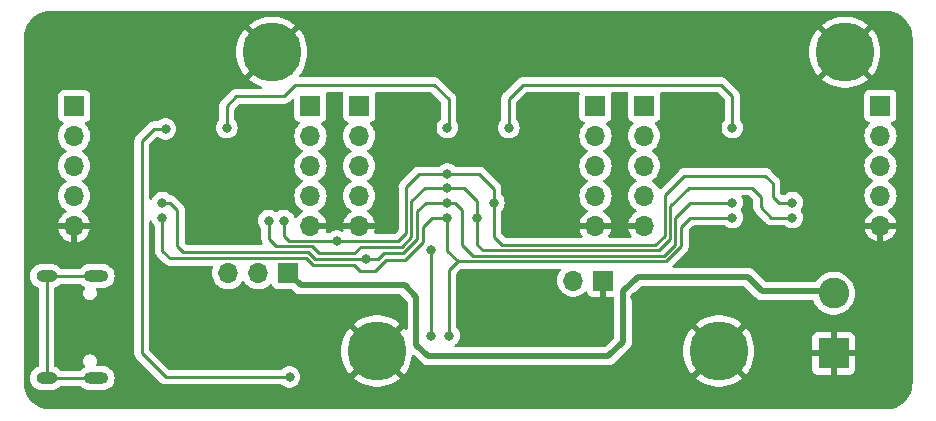
<source format=gbr>
%TF.GenerationSoftware,KiCad,Pcbnew,7.0.7-7.0.7~ubuntu22.04.1*%
%TF.CreationDate,2024-01-12T16:25:32+05:30*%
%TF.ProjectId,24-ch-relay-driver-kicad,32342d63-682d-4726-956c-61792d647269,1.1.0*%
%TF.SameCoordinates,Original*%
%TF.FileFunction,Copper,L2,Bot*%
%TF.FilePolarity,Positive*%
%FSLAX46Y46*%
G04 Gerber Fmt 4.6, Leading zero omitted, Abs format (unit mm)*
G04 Created by KiCad (PCBNEW 7.0.7-7.0.7~ubuntu22.04.1) date 2024-01-12 16:25:32*
%MOMM*%
%LPD*%
G01*
G04 APERTURE LIST*
%TA.AperFunction,ComponentPad*%
%ADD10C,5.000000*%
%TD*%
%TA.AperFunction,ComponentPad*%
%ADD11R,1.700000X1.700000*%
%TD*%
%TA.AperFunction,ComponentPad*%
%ADD12O,1.700000X1.700000*%
%TD*%
%TA.AperFunction,ComponentPad*%
%ADD13R,2.600000X2.600000*%
%TD*%
%TA.AperFunction,ComponentPad*%
%ADD14C,2.600000*%
%TD*%
%TA.AperFunction,ComponentPad*%
%ADD15O,2.100000X1.000000*%
%TD*%
%TA.AperFunction,ComponentPad*%
%ADD16O,1.800000X1.000000*%
%TD*%
%TA.AperFunction,ViaPad*%
%ADD17C,0.800000*%
%TD*%
%TA.AperFunction,Conductor*%
%ADD18C,0.250000*%
%TD*%
%TA.AperFunction,Conductor*%
%ADD19C,0.500000*%
%TD*%
G04 APERTURE END LIST*
D10*
%TO.P,H103,1,1*%
%TO.N,GND*%
X172847000Y-98800000D03*
%TD*%
D11*
%TO.P,J302,1,Pin_1*%
%TO.N,/output-stage/RLY8*%
X142400000Y-78058000D03*
D12*
%TO.P,J302,2,Pin_2*%
%TO.N,/output-stage/RLY9*%
X142400000Y-80598000D03*
%TO.P,J302,3,Pin_3*%
%TO.N,/output-stage/RLY10*%
X142400000Y-83138000D03*
%TO.P,J302,4,Pin_4*%
%TO.N,/output-stage/RLY11*%
X142400000Y-85678000D03*
%TO.P,J302,5,Pin_5*%
%TO.N,GND*%
X142400000Y-88218000D03*
%TD*%
D11*
%TO.P,J303,1,Pin_1*%
%TO.N,/output-stage/RLY16*%
X118270000Y-78058000D03*
D12*
%TO.P,J303,2,Pin_2*%
%TO.N,/output-stage/RLY17*%
X118270000Y-80598000D03*
%TO.P,J303,3,Pin_3*%
%TO.N,/output-stage/RLY18*%
X118270000Y-83138000D03*
%TO.P,J303,4,Pin_4*%
%TO.N,/output-stage/RLY19*%
X118270000Y-85678000D03*
%TO.P,J303,5,Pin_5*%
%TO.N,GND*%
X118270000Y-88218000D03*
%TD*%
D11*
%TO.P,J305,1,Pin_1*%
%TO.N,/output-stage/RLY15*%
X162400000Y-78058000D03*
D12*
%TO.P,J305,2,Pin_2*%
%TO.N,/output-stage/RLY14*%
X162400000Y-80598000D03*
%TO.P,J305,3,Pin_3*%
%TO.N,/output-stage/RLY13*%
X162400000Y-83138000D03*
%TO.P,J305,4,Pin_4*%
%TO.N,/output-stage/RLY12*%
X162400000Y-85678000D03*
%TO.P,J305,5,Pin_5*%
%TO.N,GND*%
X162400000Y-88218000D03*
%TD*%
D11*
%TO.P,J306,1,Pin_1*%
%TO.N,/output-stage/RLY23*%
X138270000Y-78058000D03*
D12*
%TO.P,J306,2,Pin_2*%
%TO.N,/output-stage/RLY22*%
X138270000Y-80598000D03*
%TO.P,J306,3,Pin_3*%
%TO.N,/output-stage/RLY21*%
X138270000Y-83138000D03*
%TO.P,J306,4,Pin_4*%
%TO.N,/output-stage/RLY20*%
X138270000Y-85678000D03*
%TO.P,J306,5,Pin_5*%
%TO.N,GND*%
X138270000Y-88218000D03*
%TD*%
D11*
%TO.P,J304,1,Pin_1*%
%TO.N,/output-stage/RLY7*%
X186530000Y-78033800D03*
D12*
%TO.P,J304,2,Pin_2*%
%TO.N,/output-stage/RLY6*%
X186530000Y-80573800D03*
%TO.P,J304,3,Pin_3*%
%TO.N,/output-stage/RLY5*%
X186530000Y-83113800D03*
%TO.P,J304,4,Pin_4*%
%TO.N,/output-stage/RLY4*%
X186530000Y-85653800D03*
%TO.P,J304,5,Pin_5*%
%TO.N,GND*%
X186530000Y-88193800D03*
%TD*%
D10*
%TO.P,H102,1,1*%
%TO.N,GND*%
X183515000Y-73500000D03*
%TD*%
%TO.P,H104,1,1*%
%TO.N,GND*%
X135000000Y-73500000D03*
%TD*%
D13*
%TO.P,J202,1,Pin_1*%
%TO.N,GND*%
X182575001Y-99000000D03*
D14*
%TO.P,J202,2,Pin_2*%
%TO.N,Net-(J202-Pin_2)*%
X182575001Y-93920000D03*
%TD*%
D11*
%TO.P,J301,1,Pin_1*%
%TO.N,/output-stage/RLY0*%
X166530000Y-78033800D03*
D12*
%TO.P,J301,2,Pin_2*%
%TO.N,/output-stage/RLY1*%
X166530000Y-80573800D03*
%TO.P,J301,3,Pin_3*%
%TO.N,/output-stage/RLY2*%
X166530000Y-83113800D03*
%TO.P,J301,4,Pin_4*%
%TO.N,/output-stage/RLY3*%
X166530000Y-85653800D03*
%TO.P,J301,5,Pin_5*%
%TO.N,GND*%
X166530000Y-88193800D03*
%TD*%
D11*
%TO.P,JP202,1,A*%
%TO.N,GND*%
X163068000Y-92837000D03*
D12*
%TO.P,JP202,2,B*%
%TO.N,Net-(JP202-B)*%
X160528000Y-92837000D03*
%TD*%
D11*
%TO.P,JP203,1,A*%
%TO.N,Net-(J202-Pin_2)*%
X136383000Y-92202000D03*
D12*
%TO.P,JP203,2,C*%
%TO.N,+5V*%
X133843000Y-92202000D03*
%TO.P,JP203,3,B*%
%TO.N,VBUS*%
X131303000Y-92202000D03*
%TD*%
D10*
%TO.P,H101,1,1*%
%TO.N,GND*%
X143891000Y-98800000D03*
%TD*%
D15*
%TO.P,J201,S1,SHIELD*%
%TO.N,Net-(J201-SHIELD)*%
X120132000Y-92454000D03*
D16*
X115932000Y-92454000D03*
D15*
X120132000Y-101094000D03*
D16*
X115932000Y-101094000D03*
%TD*%
D17*
%TO.N,GND*%
X164500000Y-102000000D03*
X140250000Y-87000000D03*
X183750000Y-89250000D03*
X123750000Y-71750000D03*
X174000000Y-89250000D03*
X174000000Y-82000000D03*
X127750000Y-82000000D03*
X186500000Y-98000000D03*
X131000000Y-87750000D03*
X164500000Y-71750000D03*
X183750000Y-91250000D03*
X178000000Y-91250000D03*
X141000000Y-71750000D03*
X153250000Y-80000000D03*
X129500000Y-89250000D03*
X127750000Y-80000000D03*
X186500000Y-95750000D03*
X178000000Y-78000000D03*
X164500000Y-82000000D03*
X129500000Y-83750000D03*
X164500000Y-73500000D03*
X188250000Y-84500000D03*
X115000000Y-87000000D03*
X151750000Y-80000000D03*
X176000000Y-91250000D03*
X175500000Y-87750000D03*
X131000000Y-85500000D03*
X157000000Y-73500000D03*
X150500000Y-76500000D03*
X147750000Y-71750000D03*
X127000000Y-99500000D03*
X155250000Y-82000000D03*
X153250000Y-78000000D03*
X131000000Y-89250000D03*
X178000000Y-82000000D03*
X126000000Y-82000000D03*
X186500000Y-100250000D03*
X176000000Y-89250000D03*
X164500000Y-84500000D03*
X150000000Y-82000000D03*
X129500000Y-80000000D03*
X171750000Y-73500000D03*
X123750000Y-73500000D03*
X153500000Y-82000000D03*
X188250000Y-82000000D03*
X179000000Y-83750000D03*
X140250000Y-84500000D03*
X155250000Y-83750000D03*
X164500000Y-87000000D03*
X129500000Y-82000000D03*
X129500000Y-87750000D03*
X178000000Y-89250000D03*
X127750000Y-83750000D03*
X118247000Y-100003000D03*
X115000000Y-84500000D03*
X140250000Y-82000000D03*
X141000000Y-73500000D03*
X178000000Y-95750000D03*
X131000000Y-82000000D03*
X157000000Y-71750000D03*
X164500000Y-79500000D03*
X178000000Y-98000000D03*
X165750000Y-94250000D03*
X131000000Y-83750000D03*
X186500000Y-93250000D03*
X157000000Y-102000000D03*
X188250000Y-79500000D03*
X115000000Y-82000000D03*
X147750000Y-73500000D03*
X151750000Y-82000000D03*
X127750000Y-85500000D03*
X171750000Y-71750000D03*
X133250000Y-99500000D03*
X115000000Y-79500000D03*
X188250000Y-87000000D03*
X174000000Y-91250000D03*
X118247000Y-93753000D03*
X178000000Y-100250000D03*
X126000000Y-83750000D03*
X125500000Y-76500000D03*
X140250000Y-79500000D03*
X176000000Y-80000000D03*
X176000000Y-78000000D03*
X176000000Y-82000000D03*
X178000000Y-80000000D03*
%TO.N,/output-stage/LATCH-CLK*%
X134747000Y-87757000D03*
X179070000Y-87503000D03*
X152400000Y-87503000D03*
X148487701Y-90275500D03*
X148500000Y-97500000D03*
X149860000Y-84963000D03*
%TO.N,/output-stage/OUT-ENABLE*%
X125730000Y-87503000D03*
X149860000Y-87503000D03*
X150000000Y-97500000D03*
X173990000Y-87503000D03*
%TO.N,/control-mod/SHIFT-DATA*%
X126000000Y-80000000D03*
X136500000Y-101000000D03*
%TO.N,/output-stage/RESET*%
X149860000Y-86233000D03*
X125730000Y-86233000D03*
X143000000Y-91000000D03*
X173990000Y-86233000D03*
%TO.N,/output-stage/SHIFT-CLK*%
X140500000Y-89500000D03*
X179070000Y-86233000D03*
X136017000Y-87757000D03*
X153797000Y-86233000D03*
X149860000Y-83820000D03*
%TO.N,Net-(U301-SEROUT)*%
X149860000Y-79883000D03*
X131191000Y-79883000D03*
%TO.N,Net-(U302-SEROUT)*%
X155067000Y-79883000D03*
X173990000Y-79883000D03*
%TD*%
D18*
%TO.N,GND*%
X145591000Y-100500000D02*
X143891000Y-98800000D01*
%TO.N,Net-(J201-SHIELD)*%
X115932000Y-92454000D02*
X120132000Y-92454000D01*
X115932000Y-92454000D02*
X115932000Y-101094000D01*
X115932000Y-101094000D02*
X120132000Y-101094000D01*
D19*
%TO.N,Net-(J202-Pin_2)*%
X176524000Y-93726000D02*
X182575000Y-93726000D01*
X137431000Y-93250000D02*
X137500000Y-93250000D01*
X175298000Y-92500000D02*
X176524000Y-93726000D01*
X146250000Y-93250000D02*
X147250000Y-94250000D01*
X147250000Y-98250000D02*
X148250000Y-99250000D01*
X137431000Y-93250000D02*
X146250000Y-93250000D01*
X163500000Y-99250000D02*
X164750000Y-98000000D01*
X164750000Y-98000000D02*
X164750000Y-93750000D01*
X166000000Y-92500000D02*
X175298000Y-92500000D01*
X148250000Y-99250000D02*
X163500000Y-99250000D01*
D18*
X182575000Y-93726000D02*
X182289000Y-94012000D01*
D19*
X136383000Y-92202000D02*
X137431000Y-93250000D01*
D18*
X146250000Y-93250000D02*
X137500000Y-93250000D01*
D19*
X164750000Y-93750000D02*
X166000000Y-92500000D01*
X147250000Y-94250000D02*
X147250000Y-98250000D01*
D18*
%TO.N,/output-stage/LATCH-CLK*%
X139000000Y-90500000D02*
X142000000Y-90500000D01*
X147955000Y-84963000D02*
X149860000Y-84963000D01*
X167778000Y-90286000D02*
X152897000Y-90286000D01*
X152897000Y-90286000D02*
X152400000Y-89789000D01*
X176403000Y-86614000D02*
X176403000Y-85725000D01*
X146812000Y-86106000D02*
X147955000Y-84963000D01*
X134747000Y-87757000D02*
X134747000Y-89281000D01*
X146812000Y-89152604D02*
X146812000Y-86106000D01*
X134747000Y-89281000D02*
X135382000Y-89916000D01*
X179070000Y-87503000D02*
X177292000Y-87503000D01*
X148500000Y-97500000D02*
X148500000Y-90287799D01*
X152400000Y-89789000D02*
X152400000Y-87503000D01*
X138416000Y-89916000D02*
X139000000Y-90500000D01*
X135382000Y-89916000D02*
X138416000Y-89916000D01*
X142517698Y-89982302D02*
X145982302Y-89982302D01*
X148500000Y-90287799D02*
X148487701Y-90275500D01*
X151257000Y-84963000D02*
X149860000Y-84963000D01*
X168714000Y-89350000D02*
X167778000Y-90286000D01*
X177292000Y-87503000D02*
X176403000Y-86614000D01*
X152400000Y-87503000D02*
X152400000Y-86106000D01*
X168714000Y-86556000D02*
X168714000Y-89350000D01*
X145982302Y-89982302D02*
X146812000Y-89152604D01*
X142000000Y-90500000D02*
X142517698Y-89982302D01*
X176403000Y-85725000D02*
X175641000Y-84963000D01*
X175641000Y-84963000D02*
X170307000Y-84963000D01*
X152400000Y-86106000D02*
X151257000Y-84963000D01*
X170307000Y-84963000D02*
X168714000Y-86556000D01*
%TO.N,/output-stage/OUT-ENABLE*%
X170434000Y-87503000D02*
X169672000Y-88265000D01*
X150749000Y-91186000D02*
X149860000Y-90297000D01*
X147828000Y-89535000D02*
X147828000Y-88265000D01*
X169672000Y-89916000D02*
X168402000Y-91186000D01*
X137932000Y-90932000D02*
X138500000Y-91500000D01*
X143750000Y-92000000D02*
X144693500Y-91056500D01*
X146306500Y-91056500D02*
X147828000Y-89535000D01*
X169672000Y-88265000D02*
X169672000Y-89916000D01*
X126365000Y-90932000D02*
X137932000Y-90932000D01*
X142500000Y-92000000D02*
X143750000Y-92000000D01*
X149860000Y-90297000D02*
X149860000Y-87503000D01*
X144693500Y-91056500D02*
X146306500Y-91056500D01*
X150000000Y-91935000D02*
X150749000Y-91186000D01*
X125730000Y-90297000D02*
X126365000Y-90932000D01*
X147828000Y-88265000D02*
X148590000Y-87503000D01*
X125730000Y-87503000D02*
X125730000Y-90297000D01*
X148590000Y-87503000D02*
X149860000Y-87503000D01*
X173990000Y-87503000D02*
X170434000Y-87503000D01*
X168402000Y-91186000D02*
X150749000Y-91186000D01*
X150000000Y-97500000D02*
X150000000Y-91935000D01*
X138500000Y-91500000D02*
X142000000Y-91500000D01*
X142000000Y-91500000D02*
X142500000Y-92000000D01*
%TO.N,/control-mod/SHIFT-DATA*%
X124000000Y-81000000D02*
X125000000Y-80000000D01*
X124000000Y-99000000D02*
X124000000Y-81000000D01*
X124500000Y-99500000D02*
X124000000Y-99000000D01*
X125000000Y-80000000D02*
X126000000Y-80000000D01*
X136500000Y-101000000D02*
X126000000Y-101000000D01*
X126000000Y-101000000D02*
X124500000Y-99500000D01*
%TO.N,/output-stage/RESET*%
X144000000Y-91000000D02*
X144500000Y-90500000D01*
X168215604Y-90736000D02*
X152077000Y-90736000D01*
X148017000Y-86233000D02*
X149860000Y-86233000D01*
X127000000Y-86868000D02*
X127000000Y-89916000D01*
X151130000Y-89789000D02*
X151130000Y-86868000D01*
X127508000Y-90424000D02*
X138060396Y-90424000D01*
X143000000Y-91000000D02*
X144000000Y-91000000D01*
X173990000Y-86233000D02*
X170434000Y-86233000D01*
X169164000Y-87503000D02*
X169164000Y-89787604D01*
X138060396Y-90424000D02*
X138636396Y-91000000D01*
X138636396Y-91000000D02*
X143000000Y-91000000D01*
X170434000Y-86233000D02*
X169164000Y-87503000D01*
X127000000Y-89916000D02*
X127508000Y-90424000D01*
X152077000Y-90736000D02*
X151130000Y-89789000D01*
X126365000Y-86233000D02*
X127000000Y-86868000D01*
X144500000Y-90500000D02*
X146101000Y-90500000D01*
X146101000Y-90500000D02*
X147262000Y-89339000D01*
X169164000Y-89787604D02*
X168215604Y-90736000D01*
X147320000Y-86930000D02*
X148017000Y-86233000D01*
X125730000Y-86233000D02*
X126365000Y-86233000D01*
X151130000Y-86868000D02*
X150495000Y-86233000D01*
X150495000Y-86233000D02*
X149860000Y-86233000D01*
X147320000Y-89281000D02*
X147320000Y-86930000D01*
%TO.N,/output-stage/SHIFT-CLK*%
X169926000Y-83947000D02*
X168264000Y-85609000D01*
X147447000Y-83820000D02*
X149860000Y-83820000D01*
X154479000Y-89836000D02*
X153797000Y-89154000D01*
X136017000Y-89027000D02*
X136456000Y-89466000D01*
X177927000Y-86233000D02*
X177419000Y-85725000D01*
X136017000Y-87757000D02*
X136017000Y-89027000D01*
X140500000Y-89500000D02*
X145704000Y-89500000D01*
X146362000Y-88842000D02*
X146362000Y-84905000D01*
X179070000Y-86233000D02*
X177927000Y-86233000D01*
X145704000Y-89500000D02*
X146362000Y-88842000D01*
X136456000Y-89466000D02*
X140466000Y-89466000D01*
X176784000Y-83947000D02*
X169926000Y-83947000D01*
X177419000Y-85725000D02*
X177419000Y-84582000D01*
X146362000Y-84905000D02*
X147447000Y-83820000D01*
X168264000Y-89038000D02*
X167466000Y-89836000D01*
X149860000Y-83820000D02*
X152570000Y-83820000D01*
X153797000Y-89154000D02*
X153797000Y-86233000D01*
X168264000Y-85609000D02*
X168264000Y-89038000D01*
X140466000Y-89466000D02*
X140500000Y-89500000D01*
X153797000Y-85047000D02*
X152570000Y-83820000D01*
X177419000Y-84582000D02*
X176784000Y-83947000D01*
X167466000Y-89836000D02*
X154479000Y-89836000D01*
X153797000Y-86233000D02*
X153797000Y-85047000D01*
%TO.N,Net-(U301-SEROUT)*%
X150000000Y-79743000D02*
X149860000Y-79883000D01*
X148750000Y-76250000D02*
X150000000Y-77500000D01*
X131191000Y-79883000D02*
X131191000Y-78059000D01*
X137000000Y-76250000D02*
X148750000Y-76250000D01*
X150000000Y-77500000D02*
X150000000Y-79743000D01*
X136000000Y-77250000D02*
X137000000Y-76250000D01*
X131191000Y-78059000D02*
X132000000Y-77250000D01*
X132000000Y-77250000D02*
X136000000Y-77250000D01*
%TO.N,Net-(U302-SEROUT)*%
X174000000Y-77250000D02*
X174000000Y-79873000D01*
X156250000Y-76250000D02*
X173000000Y-76250000D01*
X173000000Y-76250000D02*
X174000000Y-77250000D01*
X155067000Y-79883000D02*
X155067000Y-77433000D01*
X155067000Y-77433000D02*
X156250000Y-76250000D01*
X174000000Y-79873000D02*
X173990000Y-79883000D01*
%TD*%
%TA.AperFunction,Conductor*%
%TO.N,GND*%
G36*
X159405323Y-91839502D02*
G01*
X159451816Y-91893158D01*
X159461920Y-91963432D01*
X159442685Y-92014415D01*
X159329141Y-92188206D01*
X159238703Y-92394386D01*
X159238702Y-92394387D01*
X159183437Y-92612624D01*
X159183436Y-92612630D01*
X159183436Y-92612632D01*
X159164844Y-92837000D01*
X159182232Y-93046844D01*
X159183437Y-93061375D01*
X159238702Y-93279612D01*
X159238703Y-93279613D01*
X159238704Y-93279616D01*
X159307760Y-93437048D01*
X159329141Y-93485793D01*
X159452275Y-93674265D01*
X159452279Y-93674270D01*
X159604762Y-93839908D01*
X159659331Y-93882381D01*
X159782424Y-93978189D01*
X159980426Y-94085342D01*
X159980427Y-94085342D01*
X159980428Y-94085343D01*
X160070810Y-94116371D01*
X160193365Y-94158444D01*
X160415431Y-94195500D01*
X160415435Y-94195500D01*
X160640565Y-94195500D01*
X160640569Y-94195500D01*
X160862635Y-94158444D01*
X161075574Y-94085342D01*
X161273576Y-93978189D01*
X161451240Y-93839906D01*
X161512626Y-93773222D01*
X161573476Y-93736654D01*
X161644441Y-93738787D01*
X161702986Y-93778949D01*
X161723380Y-93814529D01*
X161767553Y-93932961D01*
X161767555Y-93932965D01*
X161855095Y-94049904D01*
X161972034Y-94137444D01*
X162108906Y-94188494D01*
X162169402Y-94194999D01*
X162169415Y-94195000D01*
X162814000Y-94195000D01*
X162814000Y-93451033D01*
X162834002Y-93382912D01*
X162887658Y-93336419D01*
X162957926Y-93326315D01*
X163032237Y-93337000D01*
X163103763Y-93337000D01*
X163178069Y-93326316D01*
X163248341Y-93336419D01*
X163301997Y-93382911D01*
X163322000Y-93451031D01*
X163322000Y-94195000D01*
X163865500Y-94195000D01*
X163933621Y-94215002D01*
X163980114Y-94268658D01*
X163991500Y-94321000D01*
X163991500Y-97633629D01*
X163971498Y-97701750D01*
X163954595Y-97722724D01*
X163222724Y-98454595D01*
X163160412Y-98488621D01*
X163133629Y-98491500D01*
X150568738Y-98491500D01*
X150500617Y-98471498D01*
X150454124Y-98417842D01*
X150444020Y-98347568D01*
X150473514Y-98282988D01*
X150494677Y-98263564D01*
X150538542Y-98231694D01*
X150611253Y-98178866D01*
X150611255Y-98178864D01*
X150739034Y-98036951D01*
X150739035Y-98036949D01*
X150739040Y-98036944D01*
X150834527Y-97871556D01*
X150893542Y-97689928D01*
X150913504Y-97500000D01*
X150893542Y-97310072D01*
X150834527Y-97128444D01*
X150739040Y-96963056D01*
X150665863Y-96881784D01*
X150635146Y-96817776D01*
X150633500Y-96797474D01*
X150633500Y-92249595D01*
X150653502Y-92181474D01*
X150670405Y-92160499D01*
X150974501Y-91856404D01*
X151036813Y-91822379D01*
X151063596Y-91819500D01*
X159337202Y-91819500D01*
X159405323Y-91839502D01*
G37*
%TD.AperFunction*%
%TA.AperFunction,Conductor*%
G36*
X165135934Y-76903502D02*
G01*
X165182427Y-76957158D01*
X165192531Y-77027432D01*
X165185868Y-77053534D01*
X165178010Y-77074598D01*
X165178009Y-77074603D01*
X165171500Y-77135150D01*
X165171500Y-78932449D01*
X165178009Y-78992996D01*
X165178011Y-78993004D01*
X165229110Y-79130002D01*
X165229112Y-79130007D01*
X165316738Y-79247061D01*
X165433791Y-79334686D01*
X165433792Y-79334686D01*
X165433796Y-79334689D01*
X165548810Y-79377587D01*
X165605642Y-79420132D01*
X165630453Y-79486652D01*
X165615362Y-79556026D01*
X165597475Y-79580979D01*
X165454280Y-79736529D01*
X165454275Y-79736534D01*
X165331141Y-79925006D01*
X165240703Y-80131186D01*
X165240702Y-80131187D01*
X165185437Y-80349424D01*
X165185436Y-80349430D01*
X165185436Y-80349432D01*
X165166844Y-80573800D01*
X165185104Y-80794165D01*
X165185437Y-80798175D01*
X165240702Y-81016412D01*
X165240703Y-81016413D01*
X165240704Y-81016416D01*
X165251318Y-81040613D01*
X165331141Y-81222593D01*
X165454275Y-81411065D01*
X165454279Y-81411070D01*
X165606762Y-81576708D01*
X165637852Y-81600906D01*
X165784424Y-81714989D01*
X165817680Y-81732986D01*
X165868071Y-81783000D01*
X165883423Y-81852316D01*
X165858862Y-81918929D01*
X165817680Y-81954613D01*
X165784426Y-81972610D01*
X165784424Y-81972611D01*
X165606762Y-82110891D01*
X165454279Y-82276529D01*
X165454275Y-82276534D01*
X165331141Y-82465006D01*
X165240703Y-82671186D01*
X165240702Y-82671187D01*
X165185437Y-82889424D01*
X165185436Y-82889430D01*
X165185436Y-82889432D01*
X165166844Y-83113800D01*
X165185232Y-83335712D01*
X165185437Y-83338175D01*
X165240702Y-83556412D01*
X165240703Y-83556413D01*
X165240704Y-83556416D01*
X165251318Y-83580613D01*
X165331141Y-83762593D01*
X165454275Y-83951065D01*
X165454279Y-83951070D01*
X165582539Y-84090395D01*
X165605017Y-84114813D01*
X165606762Y-84116708D01*
X165637852Y-84140906D01*
X165784424Y-84254989D01*
X165817680Y-84272986D01*
X165868071Y-84323000D01*
X165883423Y-84392316D01*
X165858862Y-84458929D01*
X165817680Y-84494613D01*
X165784426Y-84512610D01*
X165784424Y-84512611D01*
X165606762Y-84650891D01*
X165454279Y-84816529D01*
X165454275Y-84816534D01*
X165331141Y-85005006D01*
X165240703Y-85211186D01*
X165240702Y-85211187D01*
X165185437Y-85429424D01*
X165185436Y-85429430D01*
X165185436Y-85429432D01*
X165166844Y-85653800D01*
X165184940Y-85872184D01*
X165185437Y-85878175D01*
X165240702Y-86096412D01*
X165240703Y-86096413D01*
X165240704Y-86096416D01*
X165251318Y-86120613D01*
X165331141Y-86302593D01*
X165454275Y-86491065D01*
X165454279Y-86491070D01*
X165548864Y-86593815D01*
X165604136Y-86653856D01*
X165606762Y-86656708D01*
X165619641Y-86666732D01*
X165784424Y-86794989D01*
X165818205Y-86813270D01*
X165868596Y-86863282D01*
X165883949Y-86932599D01*
X165859389Y-86999212D01*
X165818209Y-87034896D01*
X165784704Y-87053028D01*
X165784698Y-87053032D01*
X165607097Y-87191265D01*
X165454674Y-87356841D01*
X165331580Y-87545251D01*
X165241179Y-87751343D01*
X165241176Y-87751350D01*
X165193455Y-87939799D01*
X165193456Y-87939800D01*
X165915156Y-87939800D01*
X165983277Y-87959802D01*
X166029770Y-88013458D01*
X166039874Y-88083732D01*
X166036053Y-88101296D01*
X166030000Y-88121911D01*
X166030000Y-88265688D01*
X166036053Y-88286304D01*
X166036052Y-88357300D01*
X165997667Y-88417026D01*
X165933086Y-88446518D01*
X165915156Y-88447800D01*
X165193455Y-88447800D01*
X165241176Y-88636249D01*
X165241179Y-88636256D01*
X165331581Y-88842351D01*
X165439534Y-89007585D01*
X165460047Y-89075553D01*
X165440558Y-89143822D01*
X165387253Y-89190717D01*
X165334051Y-89202500D01*
X163611759Y-89202500D01*
X163543638Y-89182498D01*
X163497145Y-89128842D01*
X163487041Y-89058568D01*
X163506276Y-89007584D01*
X163598419Y-88866548D01*
X163688820Y-88660456D01*
X163688823Y-88660449D01*
X163736544Y-88472000D01*
X163014844Y-88472000D01*
X162946723Y-88451998D01*
X162900230Y-88398342D01*
X162890126Y-88328068D01*
X162893947Y-88310504D01*
X162898758Y-88294118D01*
X162900000Y-88289889D01*
X162900000Y-88146111D01*
X162893946Y-88125496D01*
X162893948Y-88054500D01*
X162932333Y-87994774D01*
X162996914Y-87965282D01*
X163014844Y-87964000D01*
X163736544Y-87964000D01*
X163736544Y-87963999D01*
X163688823Y-87775550D01*
X163688820Y-87775543D01*
X163598419Y-87569451D01*
X163475325Y-87381041D01*
X163322902Y-87215465D01*
X163145301Y-87077232D01*
X163145300Y-87077231D01*
X163111791Y-87059097D01*
X163061401Y-87009083D01*
X163046050Y-86939766D01*
X163070612Y-86873153D01*
X163111790Y-86837472D01*
X163145576Y-86819189D01*
X163323240Y-86680906D01*
X163475722Y-86515268D01*
X163598860Y-86326791D01*
X163689296Y-86120616D01*
X163744564Y-85902368D01*
X163763156Y-85678000D01*
X163744564Y-85453632D01*
X163744562Y-85453624D01*
X163689297Y-85235387D01*
X163689296Y-85235386D01*
X163689296Y-85235384D01*
X163598860Y-85029209D01*
X163545222Y-84947110D01*
X163475724Y-84840734D01*
X163475720Y-84840729D01*
X163323237Y-84675091D01*
X163201012Y-84579959D01*
X163145576Y-84536811D01*
X163143092Y-84535467D01*
X163112320Y-84518814D01*
X163061929Y-84468802D01*
X163046576Y-84399485D01*
X163071136Y-84332872D01*
X163112320Y-84297186D01*
X163119678Y-84293204D01*
X163145576Y-84279189D01*
X163323240Y-84140906D01*
X163475722Y-83975268D01*
X163598860Y-83786791D01*
X163689296Y-83580616D01*
X163744564Y-83362368D01*
X163763156Y-83138000D01*
X163744564Y-82913632D01*
X163689296Y-82695384D01*
X163598860Y-82489209D01*
X163583047Y-82465006D01*
X163475724Y-82300734D01*
X163475720Y-82300729D01*
X163323237Y-82135091D01*
X163241382Y-82071381D01*
X163145576Y-81996811D01*
X163112319Y-81978813D01*
X163061929Y-81928802D01*
X163046576Y-81859485D01*
X163071136Y-81792872D01*
X163112320Y-81757186D01*
X163112324Y-81757184D01*
X163145576Y-81739189D01*
X163323240Y-81600906D01*
X163475722Y-81435268D01*
X163598860Y-81246791D01*
X163689296Y-81040616D01*
X163744564Y-80822368D01*
X163763156Y-80598000D01*
X163744564Y-80373632D01*
X163698044Y-80189928D01*
X163689297Y-80155387D01*
X163689296Y-80155386D01*
X163689296Y-80155384D01*
X163598860Y-79949209D01*
X163555603Y-79882999D01*
X163475724Y-79760734D01*
X163475719Y-79760729D01*
X163332524Y-79605179D01*
X163301103Y-79541514D01*
X163309090Y-79470968D01*
X163353948Y-79415939D01*
X163381183Y-79401789D01*
X163496204Y-79358889D01*
X163528532Y-79334689D01*
X163613261Y-79271261D01*
X163700887Y-79154207D01*
X163700887Y-79154206D01*
X163700889Y-79154204D01*
X163751989Y-79017201D01*
X163754591Y-78993004D01*
X163758499Y-78956649D01*
X163758500Y-78956632D01*
X163758500Y-77159367D01*
X163758499Y-77159350D01*
X163751990Y-77098803D01*
X163751989Y-77098802D01*
X163751989Y-77098799D01*
X163735104Y-77053531D01*
X163730040Y-76982717D01*
X163764065Y-76920405D01*
X163826377Y-76886380D01*
X163853161Y-76883500D01*
X165067813Y-76883500D01*
X165135934Y-76903502D01*
G37*
%TD.AperFunction*%
%TA.AperFunction,Conductor*%
G36*
X141014960Y-76903502D02*
G01*
X141061453Y-76957158D01*
X141071557Y-77027432D01*
X141064896Y-77053528D01*
X141048011Y-77098799D01*
X141048010Y-77098802D01*
X141048009Y-77098803D01*
X141041500Y-77159350D01*
X141041500Y-78956649D01*
X141048009Y-79017196D01*
X141048011Y-79017204D01*
X141099110Y-79154202D01*
X141099112Y-79154207D01*
X141186738Y-79271261D01*
X141303791Y-79358886D01*
X141303792Y-79358886D01*
X141303796Y-79358889D01*
X141418810Y-79401787D01*
X141475642Y-79444332D01*
X141500453Y-79510852D01*
X141485362Y-79580226D01*
X141467475Y-79605179D01*
X141324280Y-79760729D01*
X141324275Y-79760734D01*
X141201141Y-79949206D01*
X141110703Y-80155386D01*
X141110702Y-80155387D01*
X141055437Y-80373624D01*
X141055436Y-80373630D01*
X141055436Y-80373632D01*
X141036844Y-80598000D01*
X141055393Y-80821855D01*
X141055437Y-80822375D01*
X141110702Y-81040612D01*
X141110703Y-81040613D01*
X141201141Y-81246793D01*
X141324275Y-81435265D01*
X141324279Y-81435270D01*
X141476762Y-81600908D01*
X141531331Y-81643381D01*
X141654424Y-81739189D01*
X141687676Y-81757184D01*
X141687680Y-81757186D01*
X141738071Y-81807200D01*
X141753423Y-81876516D01*
X141728862Y-81943129D01*
X141687680Y-81978813D01*
X141654426Y-81996810D01*
X141654424Y-81996811D01*
X141476762Y-82135091D01*
X141324279Y-82300729D01*
X141324275Y-82300734D01*
X141201141Y-82489206D01*
X141110703Y-82695386D01*
X141110702Y-82695387D01*
X141055437Y-82913624D01*
X141055436Y-82913630D01*
X141055436Y-82913632D01*
X141036844Y-83138000D01*
X141055321Y-83360982D01*
X141055437Y-83362375D01*
X141110702Y-83580612D01*
X141110703Y-83580613D01*
X141201141Y-83786793D01*
X141324275Y-83975265D01*
X141324279Y-83975270D01*
X141476762Y-84140908D01*
X141531331Y-84183381D01*
X141654424Y-84279189D01*
X141680322Y-84293204D01*
X141687680Y-84297186D01*
X141738071Y-84347200D01*
X141753423Y-84416516D01*
X141728862Y-84483129D01*
X141687680Y-84518813D01*
X141654426Y-84536810D01*
X141654424Y-84536811D01*
X141476762Y-84675091D01*
X141324279Y-84840729D01*
X141324275Y-84840734D01*
X141201141Y-85029206D01*
X141110703Y-85235386D01*
X141110702Y-85235387D01*
X141055437Y-85453624D01*
X141055436Y-85453630D01*
X141055436Y-85453632D01*
X141036844Y-85678000D01*
X141053431Y-85878175D01*
X141055437Y-85902375D01*
X141110702Y-86120612D01*
X141110703Y-86120613D01*
X141201141Y-86326793D01*
X141324275Y-86515265D01*
X141324279Y-86515270D01*
X141476762Y-86680908D01*
X141519135Y-86713888D01*
X141654424Y-86819189D01*
X141688205Y-86837470D01*
X141738596Y-86887482D01*
X141753949Y-86956799D01*
X141729389Y-87023412D01*
X141688209Y-87059096D01*
X141654704Y-87077228D01*
X141654698Y-87077232D01*
X141477097Y-87215465D01*
X141324674Y-87381041D01*
X141201580Y-87569451D01*
X141111179Y-87775543D01*
X141111176Y-87775550D01*
X141063455Y-87963999D01*
X141063456Y-87964000D01*
X141785156Y-87964000D01*
X141853277Y-87984002D01*
X141899770Y-88037658D01*
X141909874Y-88107932D01*
X141906052Y-88125496D01*
X141900000Y-88146111D01*
X141900000Y-88289889D01*
X141901242Y-88294118D01*
X141906053Y-88310504D01*
X141906052Y-88381500D01*
X141867667Y-88441226D01*
X141803086Y-88470718D01*
X141785156Y-88472000D01*
X141063456Y-88472000D01*
X141080909Y-88540924D01*
X141078241Y-88611870D01*
X141037640Y-88670112D01*
X140971996Y-88697157D01*
X140907517Y-88686961D01*
X140782288Y-88631206D01*
X140595487Y-88591500D01*
X140404513Y-88591500D01*
X140217711Y-88631206D01*
X140043247Y-88708882D01*
X139906224Y-88808436D01*
X139839356Y-88832295D01*
X139832163Y-88832500D01*
X139676213Y-88832500D01*
X139608092Y-88812498D01*
X139561599Y-88758842D01*
X139551495Y-88688568D01*
X139558009Y-88665687D01*
X139557129Y-88665385D01*
X139558823Y-88660449D01*
X139606544Y-88472000D01*
X138884844Y-88472000D01*
X138816723Y-88451998D01*
X138770230Y-88398342D01*
X138760126Y-88328068D01*
X138763947Y-88310504D01*
X138768758Y-88294118D01*
X138770000Y-88289889D01*
X138770000Y-88146111D01*
X138763946Y-88125496D01*
X138763948Y-88054500D01*
X138802333Y-87994774D01*
X138866914Y-87965282D01*
X138884844Y-87964000D01*
X139606544Y-87964000D01*
X139606544Y-87963999D01*
X139558823Y-87775550D01*
X139558820Y-87775543D01*
X139468419Y-87569451D01*
X139345325Y-87381041D01*
X139192902Y-87215465D01*
X139015301Y-87077232D01*
X139015300Y-87077231D01*
X138981791Y-87059097D01*
X138931401Y-87009083D01*
X138916050Y-86939766D01*
X138940612Y-86873153D01*
X138981790Y-86837472D01*
X139015576Y-86819189D01*
X139193240Y-86680906D01*
X139345722Y-86515268D01*
X139468860Y-86326791D01*
X139559296Y-86120616D01*
X139614564Y-85902368D01*
X139633156Y-85678000D01*
X139614564Y-85453632D01*
X139614562Y-85453624D01*
X139559297Y-85235387D01*
X139559296Y-85235386D01*
X139559296Y-85235384D01*
X139468860Y-85029209D01*
X139415222Y-84947110D01*
X139345724Y-84840734D01*
X139345720Y-84840729D01*
X139193237Y-84675091D01*
X139071012Y-84579959D01*
X139015576Y-84536811D01*
X139013092Y-84535467D01*
X138982320Y-84518814D01*
X138931929Y-84468802D01*
X138916576Y-84399485D01*
X138941136Y-84332872D01*
X138982320Y-84297186D01*
X138989678Y-84293204D01*
X139015576Y-84279189D01*
X139193240Y-84140906D01*
X139345722Y-83975268D01*
X139468860Y-83786791D01*
X139559296Y-83580616D01*
X139614564Y-83362368D01*
X139633156Y-83138000D01*
X139614564Y-82913632D01*
X139559296Y-82695384D01*
X139468860Y-82489209D01*
X139453047Y-82465006D01*
X139345724Y-82300734D01*
X139345720Y-82300729D01*
X139193237Y-82135091D01*
X139111382Y-82071381D01*
X139015576Y-81996811D01*
X138982319Y-81978813D01*
X138931929Y-81928802D01*
X138916576Y-81859485D01*
X138941136Y-81792872D01*
X138982320Y-81757186D01*
X138982324Y-81757184D01*
X139015576Y-81739189D01*
X139193240Y-81600906D01*
X139345722Y-81435268D01*
X139468860Y-81246791D01*
X139559296Y-81040616D01*
X139614564Y-80822368D01*
X139633156Y-80598000D01*
X139614564Y-80373632D01*
X139568044Y-80189928D01*
X139559297Y-80155387D01*
X139559296Y-80155386D01*
X139559296Y-80155384D01*
X139468860Y-79949209D01*
X139425603Y-79882999D01*
X139345724Y-79760734D01*
X139345719Y-79760729D01*
X139202524Y-79605179D01*
X139171103Y-79541514D01*
X139179090Y-79470968D01*
X139223948Y-79415939D01*
X139251183Y-79401789D01*
X139366204Y-79358889D01*
X139398532Y-79334689D01*
X139483261Y-79271261D01*
X139570887Y-79154207D01*
X139570887Y-79154206D01*
X139570889Y-79154204D01*
X139621989Y-79017201D01*
X139624591Y-78993004D01*
X139628499Y-78956649D01*
X139628500Y-78956632D01*
X139628500Y-77159367D01*
X139628499Y-77159350D01*
X139621990Y-77098803D01*
X139621989Y-77098802D01*
X139621989Y-77098799D01*
X139605104Y-77053531D01*
X139600040Y-76982717D01*
X139634065Y-76920405D01*
X139696377Y-76886380D01*
X139723161Y-76883500D01*
X140946839Y-76883500D01*
X141014960Y-76903502D01*
G37*
%TD.AperFunction*%
%TA.AperFunction,Conductor*%
G36*
X187001899Y-70000614D02*
G01*
X187099023Y-70006489D01*
X187274922Y-70018019D01*
X187282116Y-70018911D01*
X187407537Y-70041895D01*
X187553258Y-70070881D01*
X187559682Y-70072516D01*
X187686922Y-70112166D01*
X187822712Y-70158261D01*
X187828309Y-70160464D01*
X187936072Y-70208964D01*
X187952106Y-70216181D01*
X188079071Y-70278793D01*
X188083774Y-70281367D01*
X188199935Y-70351589D01*
X188202310Y-70353100D01*
X188318281Y-70430589D01*
X188322091Y-70433349D01*
X188429338Y-70517372D01*
X188431997Y-70519577D01*
X188477175Y-70559197D01*
X188536525Y-70611246D01*
X188539519Y-70614050D01*
X188635947Y-70710478D01*
X188638752Y-70713473D01*
X188730413Y-70817991D01*
X188732633Y-70820669D01*
X188787407Y-70890582D01*
X188816640Y-70927895D01*
X188819416Y-70931727D01*
X188892156Y-71040590D01*
X188896886Y-71047669D01*
X188898418Y-71050078D01*
X188968623Y-71166211D01*
X188971212Y-71170941D01*
X189033818Y-71297893D01*
X189089529Y-71421677D01*
X189091737Y-71427285D01*
X189137842Y-71563104D01*
X189177478Y-71690301D01*
X189179121Y-71696758D01*
X189208110Y-71842494D01*
X189231084Y-71967860D01*
X189231982Y-71975102D01*
X189243517Y-72151102D01*
X189249385Y-72248098D01*
X189249500Y-72251903D01*
X189249500Y-101498096D01*
X189249385Y-101501901D01*
X189243517Y-101598897D01*
X189231982Y-101774896D01*
X189231084Y-101782138D01*
X189208110Y-101907505D01*
X189179121Y-102053240D01*
X189177478Y-102059697D01*
X189137842Y-102186895D01*
X189091737Y-102322713D01*
X189089529Y-102328321D01*
X189033818Y-102452106D01*
X188971212Y-102579057D01*
X188968623Y-102583787D01*
X188898418Y-102699920D01*
X188896886Y-102702329D01*
X188819432Y-102818249D01*
X188816640Y-102822103D01*
X188732640Y-102929321D01*
X188730413Y-102932007D01*
X188638752Y-103036525D01*
X188635933Y-103039535D01*
X188539535Y-103135933D01*
X188536525Y-103138752D01*
X188432007Y-103230413D01*
X188429321Y-103232640D01*
X188322103Y-103316640D01*
X188318249Y-103319432D01*
X188202329Y-103396886D01*
X188199920Y-103398418D01*
X188083787Y-103468623D01*
X188079057Y-103471212D01*
X187952106Y-103533818D01*
X187828321Y-103589529D01*
X187822713Y-103591737D01*
X187686895Y-103637842D01*
X187559697Y-103677478D01*
X187553240Y-103679121D01*
X187407505Y-103708110D01*
X187282138Y-103731084D01*
X187274896Y-103731982D01*
X187098897Y-103743517D01*
X187006405Y-103749112D01*
X187001900Y-103749385D01*
X186998097Y-103749500D01*
X116251903Y-103749500D01*
X116248099Y-103749385D01*
X116243309Y-103749095D01*
X116151102Y-103743517D01*
X115975102Y-103731982D01*
X115967860Y-103731084D01*
X115842494Y-103708110D01*
X115696758Y-103679121D01*
X115690301Y-103677478D01*
X115563104Y-103637842D01*
X115427285Y-103591737D01*
X115421677Y-103589529D01*
X115297893Y-103533818D01*
X115170941Y-103471212D01*
X115166211Y-103468623D01*
X115050078Y-103398418D01*
X115047669Y-103396886D01*
X115040590Y-103392156D01*
X114931727Y-103319416D01*
X114927895Y-103316640D01*
X114820677Y-103232640D01*
X114817991Y-103230413D01*
X114713473Y-103138752D01*
X114710478Y-103135947D01*
X114614050Y-103039519D01*
X114611246Y-103036525D01*
X114519585Y-102932007D01*
X114517372Y-102929338D01*
X114433349Y-102822091D01*
X114430589Y-102818281D01*
X114353100Y-102702310D01*
X114351580Y-102699920D01*
X114331315Y-102666397D01*
X114281367Y-102583774D01*
X114278786Y-102579057D01*
X114216181Y-102452106D01*
X114204126Y-102425322D01*
X114160464Y-102328309D01*
X114158261Y-102322712D01*
X114112166Y-102186922D01*
X114072516Y-102059682D01*
X114070881Y-102053258D01*
X114041889Y-101907505D01*
X114018911Y-101782116D01*
X114018019Y-101774922D01*
X114006489Y-101599023D01*
X114000614Y-101501899D01*
X114000500Y-101498098D01*
X114000500Y-101094003D01*
X114518620Y-101094003D01*
X114538090Y-101291694D01*
X114538091Y-101291700D01*
X114538092Y-101291701D01*
X114595759Y-101481804D01*
X114689405Y-101657004D01*
X114815432Y-101810568D01*
X114968996Y-101936595D01*
X115144196Y-102030241D01*
X115334299Y-102087908D01*
X115334303Y-102087908D01*
X115334305Y-102087909D01*
X115418513Y-102096202D01*
X115482453Y-102102500D01*
X115482462Y-102102500D01*
X116381538Y-102102500D01*
X116381547Y-102102500D01*
X116465761Y-102094205D01*
X116529694Y-102087909D01*
X116529695Y-102087908D01*
X116529701Y-102087908D01*
X116719804Y-102030241D01*
X116895004Y-101936595D01*
X117048568Y-101810568D01*
X117050676Y-101808000D01*
X117078933Y-101773568D01*
X117137609Y-101733598D01*
X117176333Y-101727500D01*
X118737667Y-101727500D01*
X118805788Y-101747502D01*
X118835067Y-101773568D01*
X118865429Y-101810566D01*
X118936379Y-101868793D01*
X119018996Y-101936595D01*
X119194196Y-102030241D01*
X119384299Y-102087908D01*
X119384303Y-102087908D01*
X119384305Y-102087909D01*
X119468513Y-102096202D01*
X119532453Y-102102500D01*
X119532462Y-102102500D01*
X120731538Y-102102500D01*
X120731547Y-102102500D01*
X120815761Y-102094205D01*
X120879694Y-102087909D01*
X120879695Y-102087908D01*
X120879701Y-102087908D01*
X121069804Y-102030241D01*
X121245004Y-101936595D01*
X121398568Y-101810568D01*
X121524595Y-101657004D01*
X121618241Y-101481804D01*
X121675908Y-101291701D01*
X121694889Y-101098993D01*
X121695380Y-101094003D01*
X121695380Y-101093996D01*
X121675909Y-100896305D01*
X121675908Y-100896303D01*
X121675908Y-100896299D01*
X121618241Y-100706196D01*
X121524595Y-100530996D01*
X121398568Y-100377432D01*
X121245004Y-100251405D01*
X121069804Y-100157759D01*
X120879701Y-100100092D01*
X120879700Y-100100091D01*
X120879694Y-100100090D01*
X120731553Y-100085500D01*
X120731547Y-100085500D01*
X120248897Y-100085500D01*
X120180776Y-100065498D01*
X120134283Y-100011842D01*
X120124179Y-99941568D01*
X120132485Y-99911291D01*
X120172687Y-99814236D01*
X120192466Y-99664000D01*
X120172687Y-99513764D01*
X120114698Y-99373767D01*
X120114693Y-99373760D01*
X120022451Y-99253548D01*
X119902239Y-99161306D01*
X119902231Y-99161301D01*
X119762234Y-99103312D01*
X119649722Y-99088500D01*
X119649720Y-99088500D01*
X119574280Y-99088500D01*
X119574277Y-99088500D01*
X119461765Y-99103312D01*
X119321768Y-99161301D01*
X119321760Y-99161306D01*
X119201548Y-99253548D01*
X119109306Y-99373760D01*
X119109301Y-99373768D01*
X119051312Y-99513765D01*
X119031534Y-99663999D01*
X119031534Y-99664000D01*
X119051312Y-99814234D01*
X119104283Y-99942115D01*
X119109302Y-99954233D01*
X119154335Y-100012921D01*
X119179936Y-100079141D01*
X119165672Y-100148690D01*
X119116071Y-100199486D01*
X119113770Y-100200747D01*
X119018993Y-100251406D01*
X118865429Y-100377433D01*
X118835067Y-100414432D01*
X118776391Y-100454402D01*
X118737667Y-100460500D01*
X117176333Y-100460500D01*
X117108212Y-100440498D01*
X117078933Y-100414432D01*
X117048570Y-100377433D01*
X116895004Y-100251405D01*
X116719803Y-100157758D01*
X116719798Y-100157756D01*
X116654924Y-100138077D01*
X116595543Y-100099162D01*
X116566627Y-100034321D01*
X116565500Y-100017503D01*
X116565500Y-93530496D01*
X116585502Y-93462375D01*
X116639158Y-93415882D01*
X116654917Y-93409923D01*
X116719804Y-93390241D01*
X116895004Y-93296595D01*
X117048568Y-93170568D01*
X117050842Y-93167798D01*
X117078933Y-93133568D01*
X117137609Y-93093598D01*
X117176333Y-93087500D01*
X118737667Y-93087500D01*
X118805788Y-93107502D01*
X118835067Y-93133568D01*
X118865429Y-93170566D01*
X118876853Y-93179941D01*
X119018996Y-93296595D01*
X119082166Y-93330360D01*
X119113769Y-93347252D01*
X119164417Y-93397004D01*
X119180127Y-93466241D01*
X119155911Y-93532980D01*
X119154336Y-93535078D01*
X119109303Y-93593765D01*
X119109301Y-93593768D01*
X119051312Y-93733765D01*
X119031534Y-93883999D01*
X119031534Y-93884000D01*
X119051312Y-94034234D01*
X119109301Y-94174231D01*
X119109306Y-94174239D01*
X119201548Y-94294451D01*
X119307782Y-94375967D01*
X119321767Y-94386698D01*
X119461764Y-94444687D01*
X119574280Y-94459500D01*
X119574287Y-94459500D01*
X119649713Y-94459500D01*
X119649720Y-94459500D01*
X119762236Y-94444687D01*
X119902233Y-94386698D01*
X120022451Y-94294451D01*
X120114698Y-94174233D01*
X120172687Y-94034236D01*
X120192466Y-93884000D01*
X120172687Y-93733764D01*
X120132487Y-93636714D01*
X120124899Y-93566129D01*
X120156678Y-93502642D01*
X120217736Y-93466414D01*
X120248897Y-93462500D01*
X120731538Y-93462500D01*
X120731547Y-93462500D01*
X120815761Y-93454205D01*
X120879694Y-93447909D01*
X120879695Y-93447908D01*
X120879701Y-93447908D01*
X121069804Y-93390241D01*
X121245004Y-93296595D01*
X121398568Y-93170568D01*
X121524595Y-93017004D01*
X121618241Y-92841804D01*
X121675908Y-92651701D01*
X121676607Y-92644612D01*
X121695380Y-92454003D01*
X121695380Y-92453996D01*
X121675909Y-92256305D01*
X121675908Y-92256303D01*
X121675908Y-92256299D01*
X121618241Y-92066196D01*
X121524595Y-91890996D01*
X121398568Y-91737432D01*
X121245004Y-91611405D01*
X121069804Y-91517759D01*
X120879701Y-91460092D01*
X120879700Y-91460091D01*
X120879694Y-91460090D01*
X120731553Y-91445500D01*
X120731547Y-91445500D01*
X119532453Y-91445500D01*
X119532446Y-91445500D01*
X119384305Y-91460090D01*
X119194195Y-91517759D01*
X119018995Y-91611405D01*
X118865429Y-91737433D01*
X118835067Y-91774432D01*
X118776391Y-91814402D01*
X118737667Y-91820500D01*
X117176333Y-91820500D01*
X117108212Y-91800498D01*
X117078933Y-91774432D01*
X117048570Y-91737433D01*
X116895004Y-91611405D01*
X116719804Y-91517759D01*
X116613849Y-91485618D01*
X116529701Y-91460092D01*
X116529700Y-91460091D01*
X116529694Y-91460090D01*
X116381553Y-91445500D01*
X116381547Y-91445500D01*
X115482453Y-91445500D01*
X115482446Y-91445500D01*
X115334305Y-91460090D01*
X115144195Y-91517759D01*
X114968995Y-91611405D01*
X114815432Y-91737432D01*
X114689405Y-91890995D01*
X114595759Y-92066195D01*
X114538090Y-92256305D01*
X114518620Y-92453996D01*
X114518620Y-92454003D01*
X114538090Y-92651694D01*
X114538091Y-92651700D01*
X114538092Y-92651701D01*
X114595759Y-92841804D01*
X114689405Y-93017004D01*
X114815432Y-93170568D01*
X114968996Y-93296595D01*
X115144196Y-93390241D01*
X115209076Y-93409922D01*
X115268456Y-93448836D01*
X115297372Y-93513677D01*
X115298500Y-93530496D01*
X115298500Y-100017503D01*
X115278498Y-100085624D01*
X115224842Y-100132117D01*
X115209076Y-100138077D01*
X115144201Y-100157756D01*
X115144196Y-100157758D01*
X114968995Y-100251405D01*
X114815432Y-100377432D01*
X114689405Y-100530995D01*
X114595759Y-100706195D01*
X114538090Y-100896305D01*
X114518620Y-101093996D01*
X114518620Y-101094003D01*
X114000500Y-101094003D01*
X114000500Y-85678000D01*
X116906844Y-85678000D01*
X116923431Y-85878175D01*
X116925437Y-85902375D01*
X116980702Y-86120612D01*
X116980703Y-86120613D01*
X117071141Y-86326793D01*
X117194275Y-86515265D01*
X117194279Y-86515270D01*
X117346762Y-86680908D01*
X117389135Y-86713888D01*
X117524424Y-86819189D01*
X117558205Y-86837470D01*
X117608596Y-86887482D01*
X117623949Y-86956799D01*
X117599389Y-87023412D01*
X117558209Y-87059096D01*
X117524704Y-87077228D01*
X117524698Y-87077232D01*
X117347097Y-87215465D01*
X117194674Y-87381041D01*
X117071580Y-87569451D01*
X116981179Y-87775543D01*
X116981176Y-87775550D01*
X116933455Y-87963999D01*
X116933456Y-87964000D01*
X117655156Y-87964000D01*
X117723277Y-87984002D01*
X117769770Y-88037658D01*
X117779874Y-88107932D01*
X117776052Y-88125496D01*
X117770000Y-88146111D01*
X117770000Y-88289889D01*
X117771242Y-88294118D01*
X117776053Y-88310504D01*
X117776052Y-88381500D01*
X117737667Y-88441226D01*
X117673086Y-88470718D01*
X117655156Y-88472000D01*
X116933455Y-88472000D01*
X116981176Y-88660449D01*
X116981179Y-88660456D01*
X117071580Y-88866548D01*
X117194674Y-89054958D01*
X117347097Y-89220534D01*
X117524698Y-89358767D01*
X117524699Y-89358768D01*
X117722628Y-89465882D01*
X117722630Y-89465883D01*
X117935483Y-89538955D01*
X117935492Y-89538957D01*
X118016000Y-89552391D01*
X118016000Y-88832033D01*
X118036002Y-88763912D01*
X118089658Y-88717419D01*
X118159926Y-88707315D01*
X118234237Y-88718000D01*
X118305763Y-88718000D01*
X118380068Y-88707316D01*
X118450340Y-88717419D01*
X118503996Y-88763911D01*
X118523999Y-88832031D01*
X118523999Y-89552391D01*
X118604507Y-89538957D01*
X118604516Y-89538955D01*
X118817369Y-89465883D01*
X118817371Y-89465882D01*
X119015300Y-89358768D01*
X119015301Y-89358767D01*
X119192902Y-89220534D01*
X119345325Y-89054958D01*
X119468419Y-88866548D01*
X119558820Y-88660456D01*
X119558823Y-88660449D01*
X119606544Y-88472000D01*
X118884844Y-88472000D01*
X118816723Y-88451998D01*
X118770230Y-88398342D01*
X118760126Y-88328068D01*
X118763947Y-88310504D01*
X118768758Y-88294118D01*
X118770000Y-88289889D01*
X118770000Y-88146111D01*
X118763946Y-88125496D01*
X118763948Y-88054500D01*
X118802333Y-87994774D01*
X118866914Y-87965282D01*
X118884844Y-87964000D01*
X119606544Y-87964000D01*
X119606544Y-87963999D01*
X119558823Y-87775550D01*
X119558820Y-87775543D01*
X119468419Y-87569451D01*
X119345325Y-87381041D01*
X119192902Y-87215465D01*
X119015301Y-87077232D01*
X119015300Y-87077231D01*
X118981791Y-87059097D01*
X118931401Y-87009083D01*
X118916050Y-86939766D01*
X118940612Y-86873153D01*
X118981790Y-86837472D01*
X119015576Y-86819189D01*
X119193240Y-86680906D01*
X119345722Y-86515268D01*
X119468860Y-86326791D01*
X119559296Y-86120616D01*
X119614564Y-85902368D01*
X119633156Y-85678000D01*
X119614564Y-85453632D01*
X119614562Y-85453624D01*
X119559297Y-85235387D01*
X119559296Y-85235386D01*
X119559296Y-85235384D01*
X119468860Y-85029209D01*
X119415222Y-84947110D01*
X119345724Y-84840734D01*
X119345720Y-84840729D01*
X119193237Y-84675091D01*
X119071012Y-84579959D01*
X119015576Y-84536811D01*
X119013092Y-84535467D01*
X118982320Y-84518814D01*
X118931929Y-84468802D01*
X118916576Y-84399485D01*
X118941136Y-84332872D01*
X118982320Y-84297186D01*
X118989678Y-84293204D01*
X119015576Y-84279189D01*
X119193240Y-84140906D01*
X119345722Y-83975268D01*
X119468860Y-83786791D01*
X119559296Y-83580616D01*
X119614564Y-83362368D01*
X119633156Y-83138000D01*
X119614564Y-82913632D01*
X119559296Y-82695384D01*
X119468860Y-82489209D01*
X119453047Y-82465006D01*
X119345724Y-82300734D01*
X119345720Y-82300729D01*
X119193237Y-82135091D01*
X119111382Y-82071381D01*
X119015576Y-81996811D01*
X118982319Y-81978813D01*
X118931929Y-81928802D01*
X118916576Y-81859485D01*
X118941136Y-81792872D01*
X118982320Y-81757186D01*
X118982324Y-81757184D01*
X119015576Y-81739189D01*
X119193240Y-81600906D01*
X119345722Y-81435268D01*
X119468860Y-81246791D01*
X119559296Y-81040616D01*
X119574661Y-80979943D01*
X123361780Y-80979943D01*
X123366220Y-81026917D01*
X123366500Y-81032850D01*
X123366500Y-98916146D01*
X123364751Y-98931988D01*
X123365044Y-98932016D01*
X123364298Y-98939907D01*
X123366500Y-99009957D01*
X123366500Y-99039851D01*
X123366501Y-99039872D01*
X123367378Y-99046820D01*
X123367844Y-99052732D01*
X123369326Y-99099888D01*
X123369327Y-99099893D01*
X123374977Y-99119339D01*
X123378986Y-99138697D01*
X123381525Y-99158793D01*
X123381526Y-99158799D01*
X123398893Y-99202662D01*
X123400816Y-99208279D01*
X123413982Y-99253593D01*
X123424294Y-99271031D01*
X123432988Y-99288779D01*
X123440444Y-99307609D01*
X123440450Y-99307620D01*
X123468177Y-99345783D01*
X123471437Y-99350746D01*
X123495460Y-99391365D01*
X123509779Y-99405684D01*
X123522617Y-99420714D01*
X123534526Y-99437104D01*
X123534530Y-99437109D01*
X123570880Y-99467180D01*
X123575273Y-99471177D01*
X124081788Y-99977693D01*
X124081803Y-99977707D01*
X124810291Y-100706195D01*
X125492753Y-101388657D01*
X125502720Y-101401097D01*
X125502947Y-101400910D01*
X125507999Y-101407017D01*
X125559095Y-101454999D01*
X125580225Y-101476130D01*
X125585768Y-101480430D01*
X125590281Y-101484285D01*
X125624679Y-101516586D01*
X125624680Y-101516586D01*
X125624682Y-101516588D01*
X125642429Y-101526344D01*
X125658959Y-101537202D01*
X125674959Y-101549613D01*
X125706136Y-101563104D01*
X125718251Y-101568347D01*
X125723585Y-101570959D01*
X125764940Y-101593695D01*
X125784562Y-101598733D01*
X125803263Y-101605135D01*
X125821855Y-101613181D01*
X125868470Y-101620563D01*
X125874242Y-101621758D01*
X125919970Y-101633500D01*
X125940231Y-101633500D01*
X125959939Y-101635050D01*
X125979943Y-101638219D01*
X126013459Y-101635051D01*
X126026910Y-101633780D01*
X126032842Y-101633500D01*
X135791800Y-101633500D01*
X135859921Y-101653502D01*
X135885437Y-101675190D01*
X135888747Y-101678866D01*
X136043248Y-101791118D01*
X136217712Y-101868794D01*
X136404513Y-101908500D01*
X136595487Y-101908500D01*
X136782288Y-101868794D01*
X136956752Y-101791118D01*
X137111253Y-101678866D01*
X137181185Y-101601199D01*
X137239034Y-101536951D01*
X137239035Y-101536949D01*
X137239040Y-101536944D01*
X137334527Y-101371556D01*
X137393542Y-101189928D01*
X137413504Y-101000000D01*
X137393542Y-100810072D01*
X137334527Y-100628444D01*
X137239040Y-100463056D01*
X137239038Y-100463054D01*
X137239034Y-100463048D01*
X137111255Y-100321135D01*
X136956752Y-100208882D01*
X136782288Y-100131206D01*
X136595487Y-100091500D01*
X136404513Y-100091500D01*
X136217711Y-100131206D01*
X136043247Y-100208882D01*
X135888747Y-100321133D01*
X135885437Y-100324810D01*
X135824991Y-100362050D01*
X135791800Y-100366500D01*
X126314595Y-100366500D01*
X126246474Y-100346498D01*
X126225500Y-100329595D01*
X124918121Y-99022215D01*
X124918090Y-99022186D01*
X124670404Y-98774500D01*
X124636378Y-98712188D01*
X124633499Y-98685405D01*
X124633499Y-87863815D01*
X124653501Y-87795694D01*
X124707157Y-87749201D01*
X124777431Y-87739097D01*
X124842011Y-87768591D01*
X124879332Y-87824879D01*
X124895471Y-87874552D01*
X124895476Y-87874561D01*
X124987597Y-88034120D01*
X124990960Y-88039944D01*
X125064137Y-88121215D01*
X125094853Y-88185220D01*
X125096500Y-88205524D01*
X125096499Y-90213146D01*
X125094751Y-90228988D01*
X125095044Y-90229016D01*
X125094297Y-90236908D01*
X125096499Y-90306957D01*
X125096499Y-90336861D01*
X125097378Y-90343821D01*
X125097844Y-90349733D01*
X125099326Y-90396888D01*
X125099327Y-90396893D01*
X125104977Y-90416339D01*
X125108986Y-90435697D01*
X125111525Y-90455793D01*
X125111526Y-90455799D01*
X125128893Y-90499662D01*
X125130816Y-90505279D01*
X125143982Y-90550593D01*
X125154294Y-90568031D01*
X125162988Y-90585779D01*
X125170444Y-90604609D01*
X125170450Y-90604620D01*
X125198177Y-90642783D01*
X125201437Y-90647746D01*
X125225460Y-90688365D01*
X125239779Y-90702684D01*
X125252617Y-90717714D01*
X125262156Y-90730843D01*
X125264528Y-90734107D01*
X125284409Y-90750554D01*
X125300886Y-90764185D01*
X125305267Y-90768171D01*
X125633999Y-91096903D01*
X125857753Y-91320657D01*
X125867720Y-91333097D01*
X125867947Y-91332910D01*
X125872999Y-91339017D01*
X125873000Y-91339018D01*
X125924095Y-91386999D01*
X125945231Y-91408135D01*
X125950770Y-91412431D01*
X125955282Y-91416285D01*
X125983729Y-91442999D01*
X125989678Y-91448585D01*
X125989682Y-91448588D01*
X126007430Y-91458345D01*
X126023957Y-91469201D01*
X126039960Y-91481614D01*
X126083259Y-91500351D01*
X126088585Y-91502960D01*
X126129935Y-91525693D01*
X126129938Y-91525694D01*
X126129940Y-91525695D01*
X126149562Y-91530733D01*
X126168263Y-91537135D01*
X126180814Y-91542567D01*
X126186852Y-91545180D01*
X126186853Y-91545180D01*
X126186855Y-91545181D01*
X126233477Y-91552564D01*
X126239262Y-91553763D01*
X126284970Y-91565500D01*
X126305224Y-91565500D01*
X126324934Y-91567051D01*
X126327141Y-91567400D01*
X126344943Y-91570220D01*
X126378870Y-91567012D01*
X126391917Y-91565780D01*
X126397850Y-91565500D01*
X129905892Y-91565500D01*
X129974013Y-91585502D01*
X130020506Y-91639158D01*
X130030610Y-91709432D01*
X130021279Y-91742114D01*
X130013705Y-91759380D01*
X130013702Y-91759387D01*
X129958437Y-91977624D01*
X129958436Y-91977630D01*
X129958436Y-91977632D01*
X129939844Y-92202000D01*
X129957249Y-92412048D01*
X129958437Y-92426375D01*
X130013702Y-92644612D01*
X130013703Y-92644613D01*
X130013704Y-92644616D01*
X130075818Y-92786222D01*
X130104141Y-92850793D01*
X130227275Y-93039265D01*
X130227279Y-93039270D01*
X130379762Y-93204908D01*
X130421094Y-93237078D01*
X130557424Y-93343189D01*
X130755426Y-93450342D01*
X130755427Y-93450342D01*
X130755428Y-93450343D01*
X130858685Y-93485791D01*
X130968365Y-93523444D01*
X131190431Y-93560500D01*
X131190435Y-93560500D01*
X131415565Y-93560500D01*
X131415569Y-93560500D01*
X131637635Y-93523444D01*
X131850574Y-93450342D01*
X132048576Y-93343189D01*
X132226240Y-93204906D01*
X132378722Y-93039268D01*
X132467516Y-92903357D01*
X132521520Y-92857268D01*
X132591868Y-92847693D01*
X132656226Y-92877670D01*
X132678483Y-92903357D01*
X132767275Y-93039265D01*
X132767279Y-93039270D01*
X132919762Y-93204908D01*
X132961094Y-93237078D01*
X133097424Y-93343189D01*
X133295426Y-93450342D01*
X133295427Y-93450342D01*
X133295428Y-93450343D01*
X133398685Y-93485791D01*
X133508365Y-93523444D01*
X133730431Y-93560500D01*
X133730435Y-93560500D01*
X133955565Y-93560500D01*
X133955569Y-93560500D01*
X134177635Y-93523444D01*
X134390574Y-93450342D01*
X134588576Y-93343189D01*
X134766240Y-93204906D01*
X134827245Y-93138637D01*
X134888096Y-93102067D01*
X134959061Y-93104200D01*
X135017606Y-93144362D01*
X135038000Y-93179941D01*
X135082111Y-93298204D01*
X135082112Y-93298207D01*
X135169738Y-93415261D01*
X135286792Y-93502887D01*
X135286794Y-93502888D01*
X135286796Y-93502889D01*
X135341900Y-93523442D01*
X135423795Y-93553988D01*
X135423803Y-93553990D01*
X135484350Y-93560499D01*
X135484355Y-93560499D01*
X135484362Y-93560500D01*
X136616629Y-93560500D01*
X136684750Y-93580502D01*
X136705724Y-93597405D01*
X136849092Y-93740773D01*
X136861065Y-93754627D01*
X136875531Y-93774058D01*
X136878261Y-93776349D01*
X136915975Y-93807994D01*
X136920021Y-93811702D01*
X136925900Y-93817581D01*
X136951895Y-93838135D01*
X137011360Y-93888032D01*
X137011366Y-93888035D01*
X137017495Y-93892067D01*
X137017458Y-93892122D01*
X137023811Y-93896169D01*
X137023847Y-93896113D01*
X137030092Y-93899965D01*
X137030095Y-93899967D01*
X137100452Y-93932775D01*
X137169812Y-93967609D01*
X137169813Y-93967609D01*
X137169817Y-93967611D01*
X137176713Y-93970121D01*
X137176689Y-93970185D01*
X137183805Y-93972659D01*
X137183827Y-93972595D01*
X137190791Y-93974903D01*
X137266849Y-93990607D01*
X137300866Y-93998669D01*
X137342344Y-94008500D01*
X137342350Y-94008500D01*
X137349633Y-94009352D01*
X137349625Y-94009419D01*
X137357122Y-94010185D01*
X137357128Y-94010119D01*
X137364435Y-94010757D01*
X137364442Y-94010759D01*
X137442080Y-94008500D01*
X145883629Y-94008500D01*
X145951750Y-94028502D01*
X145972724Y-94045405D01*
X146454595Y-94527276D01*
X146488621Y-94589588D01*
X146491500Y-94616371D01*
X146491500Y-96875643D01*
X146471498Y-96943764D01*
X146417842Y-96990257D01*
X146347568Y-97000361D01*
X146282988Y-96970867D01*
X146264433Y-96950885D01*
X146199172Y-96863224D01*
X146199168Y-96863220D01*
X146193256Y-96856953D01*
X146193255Y-96856953D01*
X145039542Y-98010667D01*
X144977230Y-98044693D01*
X144906415Y-98039628D01*
X144851936Y-98000132D01*
X144798143Y-97932678D01*
X144686674Y-97835290D01*
X144648534Y-97775408D01*
X144648824Y-97704412D01*
X144680479Y-97651308D01*
X145830782Y-96501005D01*
X145690293Y-96383122D01*
X145397550Y-96190582D01*
X145084422Y-96033323D01*
X145084417Y-96033321D01*
X144755174Y-95913486D01*
X144755169Y-95913485D01*
X144414220Y-95832678D01*
X144414214Y-95832677D01*
X144066199Y-95792000D01*
X143715801Y-95792000D01*
X143367785Y-95832677D01*
X143367779Y-95832678D01*
X143026830Y-95913485D01*
X143026825Y-95913486D01*
X142697582Y-96033321D01*
X142697577Y-96033323D01*
X142384449Y-96190582D01*
X142091700Y-96383126D01*
X141951215Y-96501005D01*
X143099833Y-97649623D01*
X143133859Y-97711935D01*
X143128794Y-97782750D01*
X143086247Y-97839586D01*
X143084801Y-97840652D01*
X143065257Y-97854851D01*
X143065251Y-97854857D01*
X142920369Y-98006392D01*
X142858836Y-98041807D01*
X142787924Y-98038332D01*
X142740202Y-98008413D01*
X141588743Y-96856953D01*
X141588742Y-96856953D01*
X141582835Y-96863215D01*
X141582830Y-96863221D01*
X141373596Y-97144271D01*
X141373586Y-97144287D01*
X141198398Y-97447721D01*
X141198395Y-97447726D01*
X141059617Y-97769452D01*
X141059615Y-97769458D01*
X140959120Y-98105131D01*
X140898274Y-98450205D01*
X140898274Y-98450211D01*
X140877902Y-98799999D01*
X140898274Y-99149788D01*
X140898274Y-99149794D01*
X140959120Y-99494868D01*
X141059615Y-99830541D01*
X141059617Y-99830547D01*
X141198395Y-100152273D01*
X141198398Y-100152278D01*
X141373586Y-100455712D01*
X141373604Y-100455739D01*
X141582827Y-100736775D01*
X141582831Y-100736779D01*
X141588742Y-100743045D01*
X142742455Y-99589331D01*
X142804768Y-99555306D01*
X142875583Y-99560370D01*
X142930062Y-99599866D01*
X142981207Y-99664000D01*
X142983856Y-99667321D01*
X143095324Y-99764708D01*
X143133464Y-99824590D01*
X143133174Y-99895586D01*
X143101519Y-99948690D01*
X141951215Y-101098994D01*
X142091701Y-101216874D01*
X142384449Y-101409417D01*
X142697577Y-101566676D01*
X142697582Y-101566678D01*
X143026825Y-101686513D01*
X143026830Y-101686514D01*
X143367779Y-101767321D01*
X143367785Y-101767322D01*
X143715801Y-101808000D01*
X144066199Y-101808000D01*
X144414214Y-101767322D01*
X144414220Y-101767321D01*
X144755169Y-101686514D01*
X144755174Y-101686513D01*
X145084417Y-101566678D01*
X145084422Y-101566676D01*
X145397550Y-101409417D01*
X145690303Y-101216871D01*
X145830782Y-101098994D01*
X145830783Y-101098993D01*
X144682165Y-99950376D01*
X144648140Y-99888064D01*
X144653204Y-99817249D01*
X144695751Y-99760413D01*
X144697063Y-99759445D01*
X144716747Y-99745144D01*
X144861631Y-99593606D01*
X144923162Y-99558193D01*
X144994074Y-99561667D01*
X145041797Y-99591586D01*
X146193255Y-100743045D01*
X146193258Y-100743045D01*
X146199159Y-100736790D01*
X146199163Y-100736785D01*
X146408403Y-100455728D01*
X146408413Y-100455712D01*
X146583601Y-100152278D01*
X146583604Y-100152273D01*
X146722382Y-99830547D01*
X146722384Y-99830541D01*
X146822879Y-99494868D01*
X146870683Y-99223760D01*
X146902210Y-99160148D01*
X146963124Y-99123678D01*
X147034085Y-99125931D01*
X147083864Y-99156545D01*
X147668092Y-99740773D01*
X147680065Y-99754627D01*
X147694530Y-99774057D01*
X147734975Y-99807994D01*
X147739021Y-99811702D01*
X147744900Y-99817581D01*
X147770895Y-99838135D01*
X147830360Y-99888032D01*
X147830366Y-99888035D01*
X147836495Y-99892067D01*
X147836458Y-99892122D01*
X147842811Y-99896169D01*
X147842847Y-99896113D01*
X147849092Y-99899965D01*
X147849095Y-99899967D01*
X147919452Y-99932775D01*
X147988812Y-99967609D01*
X147988813Y-99967609D01*
X147988817Y-99967611D01*
X147995713Y-99970121D01*
X147995689Y-99970185D01*
X148002805Y-99972659D01*
X148002827Y-99972595D01*
X148009791Y-99974903D01*
X148085849Y-99990607D01*
X148116561Y-99997886D01*
X148161344Y-100008500D01*
X148161350Y-100008500D01*
X148168633Y-100009352D01*
X148168625Y-100009419D01*
X148176122Y-100010185D01*
X148176128Y-100010119D01*
X148183435Y-100010757D01*
X148183442Y-100010759D01*
X148261080Y-100008500D01*
X163435559Y-100008500D01*
X163453819Y-100009830D01*
X163458715Y-100010547D01*
X163477789Y-100013341D01*
X163511146Y-100010422D01*
X163530385Y-100008740D01*
X163535878Y-100008500D01*
X163544176Y-100008500D01*
X163544180Y-100008500D01*
X163570512Y-100005421D01*
X163577096Y-100004652D01*
X163583861Y-100004060D01*
X163654426Y-99997887D01*
X163654432Y-99997884D01*
X163661618Y-99996402D01*
X163661631Y-99996468D01*
X163668987Y-99994836D01*
X163668972Y-99994771D01*
X163676104Y-99993079D01*
X163676113Y-99993079D01*
X163749065Y-99966526D01*
X163822738Y-99942114D01*
X163822740Y-99942112D01*
X163829389Y-99939012D01*
X163829418Y-99939074D01*
X163836203Y-99935789D01*
X163836173Y-99935729D01*
X163842728Y-99932436D01*
X163842732Y-99932435D01*
X163907605Y-99889766D01*
X163973651Y-99849030D01*
X163973660Y-99849020D01*
X163979408Y-99844477D01*
X163979450Y-99844531D01*
X163985289Y-99839775D01*
X163985246Y-99839723D01*
X163990865Y-99835006D01*
X163990874Y-99835001D01*
X164044163Y-99778517D01*
X165022680Y-98799999D01*
X169833902Y-98799999D01*
X169854274Y-99149788D01*
X169854274Y-99149794D01*
X169915120Y-99494868D01*
X170015615Y-99830541D01*
X170015617Y-99830547D01*
X170154395Y-100152273D01*
X170154398Y-100152278D01*
X170329586Y-100455712D01*
X170329604Y-100455739D01*
X170538827Y-100736775D01*
X170538831Y-100736779D01*
X170544742Y-100743045D01*
X171698455Y-99589331D01*
X171760768Y-99555306D01*
X171831583Y-99560370D01*
X171886062Y-99599866D01*
X171937207Y-99664000D01*
X171939856Y-99667321D01*
X172051324Y-99764708D01*
X172089464Y-99824590D01*
X172089174Y-99895586D01*
X172057519Y-99948690D01*
X170907215Y-101098994D01*
X171047701Y-101216874D01*
X171340449Y-101409417D01*
X171653577Y-101566676D01*
X171653582Y-101566678D01*
X171982825Y-101686513D01*
X171982830Y-101686514D01*
X172323779Y-101767321D01*
X172323785Y-101767322D01*
X172671801Y-101808000D01*
X173022199Y-101808000D01*
X173370214Y-101767322D01*
X173370220Y-101767321D01*
X173711169Y-101686514D01*
X173711174Y-101686513D01*
X174040417Y-101566678D01*
X174040422Y-101566676D01*
X174353550Y-101409417D01*
X174646303Y-101216871D01*
X174786782Y-101098994D01*
X174786783Y-101098993D01*
X173638165Y-99950376D01*
X173604140Y-99888064D01*
X173609204Y-99817249D01*
X173651751Y-99760413D01*
X173653063Y-99759445D01*
X173672747Y-99745144D01*
X173817631Y-99593606D01*
X173879162Y-99558193D01*
X173950074Y-99561667D01*
X173997797Y-99591586D01*
X175149255Y-100743045D01*
X175149258Y-100743045D01*
X175155159Y-100736790D01*
X175155163Y-100736785D01*
X175364403Y-100455728D01*
X175364413Y-100455712D01*
X175426256Y-100348597D01*
X180767001Y-100348597D01*
X180773506Y-100409093D01*
X180824556Y-100545964D01*
X180824556Y-100545965D01*
X180912096Y-100662904D01*
X181029035Y-100750444D01*
X181165907Y-100801494D01*
X181226403Y-100807999D01*
X181226416Y-100808000D01*
X182321001Y-100808000D01*
X182321001Y-99768305D01*
X182341003Y-99700184D01*
X182394659Y-99653691D01*
X182464933Y-99643587D01*
X182478326Y-99646261D01*
X182492887Y-99650000D01*
X182492890Y-99650000D01*
X182615891Y-99650000D01*
X182615895Y-99650000D01*
X182687208Y-99640991D01*
X182757299Y-99652297D01*
X182810150Y-99699702D01*
X182829001Y-99765997D01*
X182829001Y-100808000D01*
X183923586Y-100808000D01*
X183923598Y-100807999D01*
X183984094Y-100801494D01*
X184120965Y-100750444D01*
X184120966Y-100750444D01*
X184237905Y-100662904D01*
X184325445Y-100545965D01*
X184325445Y-100545964D01*
X184376495Y-100409093D01*
X184383000Y-100348597D01*
X184383001Y-100348585D01*
X184383001Y-99254000D01*
X183340577Y-99254000D01*
X183272456Y-99233998D01*
X183225963Y-99180342D01*
X183215859Y-99110068D01*
X183216809Y-99104391D01*
X183228873Y-99041146D01*
X183228874Y-99041133D01*
X183218731Y-98879911D01*
X183234416Y-98810669D01*
X183285047Y-98760899D01*
X183344482Y-98746000D01*
X184383001Y-98746000D01*
X184383001Y-97651414D01*
X184383000Y-97651402D01*
X184376495Y-97590906D01*
X184325445Y-97454035D01*
X184325445Y-97454034D01*
X184237905Y-97337095D01*
X184120966Y-97249555D01*
X183984094Y-97198505D01*
X183923598Y-97192000D01*
X182829001Y-97192000D01*
X182829001Y-98231694D01*
X182808999Y-98299815D01*
X182755343Y-98346308D01*
X182685069Y-98356412D01*
X182671668Y-98353736D01*
X182657120Y-98350001D01*
X182657117Y-98350000D01*
X182657115Y-98350000D01*
X182534107Y-98350000D01*
X182534105Y-98350000D01*
X182462792Y-98359009D01*
X182392702Y-98347702D01*
X182339851Y-98300296D01*
X182321001Y-98234002D01*
X182321001Y-97192000D01*
X181226403Y-97192000D01*
X181165907Y-97198505D01*
X181029036Y-97249555D01*
X181029035Y-97249555D01*
X180912096Y-97337095D01*
X180824556Y-97454034D01*
X180824556Y-97454035D01*
X180773506Y-97590906D01*
X180767001Y-97651402D01*
X180767001Y-98746000D01*
X181809425Y-98746000D01*
X181877546Y-98766002D01*
X181924039Y-98819658D01*
X181934143Y-98889932D01*
X181933193Y-98895609D01*
X181921128Y-98958853D01*
X181921128Y-98958862D01*
X181931271Y-99120089D01*
X181915586Y-99189331D01*
X181864955Y-99239101D01*
X181805520Y-99254000D01*
X180767001Y-99254000D01*
X180767001Y-100348597D01*
X175426256Y-100348597D01*
X175539601Y-100152278D01*
X175539604Y-100152273D01*
X175678382Y-99830547D01*
X175678384Y-99830541D01*
X175778879Y-99494868D01*
X175839725Y-99149794D01*
X175839725Y-99149788D01*
X175860097Y-98799999D01*
X175839725Y-98450211D01*
X175839725Y-98450205D01*
X175778879Y-98105131D01*
X175678384Y-97769458D01*
X175678382Y-97769452D01*
X175539604Y-97447726D01*
X175539601Y-97447721D01*
X175364413Y-97144287D01*
X175364395Y-97144260D01*
X175155172Y-96863224D01*
X175155168Y-96863220D01*
X175149256Y-96856953D01*
X175149255Y-96856953D01*
X173995542Y-98010667D01*
X173933230Y-98044693D01*
X173862415Y-98039628D01*
X173807936Y-98000132D01*
X173754143Y-97932678D01*
X173642674Y-97835290D01*
X173604534Y-97775408D01*
X173604824Y-97704412D01*
X173636479Y-97651308D01*
X174786782Y-96501005D01*
X174646293Y-96383122D01*
X174353550Y-96190582D01*
X174040422Y-96033323D01*
X174040417Y-96033321D01*
X173711174Y-95913486D01*
X173711169Y-95913485D01*
X173370220Y-95832678D01*
X173370214Y-95832677D01*
X173022199Y-95792000D01*
X172671801Y-95792000D01*
X172323785Y-95832677D01*
X172323779Y-95832678D01*
X171982830Y-95913485D01*
X171982825Y-95913486D01*
X171653582Y-96033321D01*
X171653577Y-96033323D01*
X171340449Y-96190582D01*
X171047700Y-96383126D01*
X170907215Y-96501005D01*
X172055833Y-97649623D01*
X172089859Y-97711935D01*
X172084794Y-97782750D01*
X172042247Y-97839586D01*
X172040801Y-97840652D01*
X172021257Y-97854851D01*
X172021251Y-97854857D01*
X171876369Y-98006392D01*
X171814836Y-98041807D01*
X171743924Y-98038332D01*
X171696202Y-98008413D01*
X170544743Y-96856953D01*
X170544742Y-96856953D01*
X170538835Y-96863215D01*
X170538830Y-96863221D01*
X170329596Y-97144271D01*
X170329586Y-97144287D01*
X170154398Y-97447721D01*
X170154395Y-97447726D01*
X170015617Y-97769452D01*
X170015615Y-97769458D01*
X169915120Y-98105131D01*
X169854274Y-98450205D01*
X169854274Y-98450211D01*
X169833902Y-98799999D01*
X165022680Y-98799999D01*
X165240784Y-98581895D01*
X165254617Y-98569941D01*
X165274058Y-98555469D01*
X165308001Y-98515015D01*
X165311700Y-98510979D01*
X165317581Y-98505100D01*
X165328334Y-98491500D01*
X165338135Y-98479105D01*
X165362379Y-98450211D01*
X165388032Y-98419640D01*
X165388033Y-98419636D01*
X165388036Y-98419634D01*
X165392070Y-98413502D01*
X165392127Y-98413539D01*
X165396171Y-98407191D01*
X165396112Y-98407155D01*
X165399961Y-98400912D01*
X165399967Y-98400905D01*
X165432775Y-98330547D01*
X165467609Y-98261188D01*
X165467610Y-98261182D01*
X165470119Y-98254291D01*
X165470184Y-98254314D01*
X165472658Y-98247197D01*
X165472594Y-98247176D01*
X165474903Y-98240208D01*
X165490607Y-98164150D01*
X165504595Y-98105131D01*
X165508500Y-98088656D01*
X165508500Y-98088649D01*
X165509352Y-98081368D01*
X165509419Y-98081375D01*
X165510185Y-98073877D01*
X165510119Y-98073872D01*
X165510757Y-98066565D01*
X165510759Y-98066558D01*
X165508500Y-97988920D01*
X165508500Y-94116371D01*
X165528502Y-94048250D01*
X165545405Y-94027276D01*
X166277276Y-93295405D01*
X166339588Y-93261379D01*
X166366371Y-93258500D01*
X174931629Y-93258500D01*
X174999750Y-93278502D01*
X175020724Y-93295405D01*
X175942092Y-94216773D01*
X175954065Y-94230627D01*
X175968530Y-94250057D01*
X176008975Y-94283994D01*
X176013021Y-94287702D01*
X176018900Y-94293581D01*
X176044895Y-94314135D01*
X176104360Y-94364032D01*
X176104366Y-94364035D01*
X176110495Y-94368067D01*
X176110458Y-94368122D01*
X176116811Y-94372169D01*
X176116847Y-94372113D01*
X176123092Y-94375965D01*
X176123095Y-94375967D01*
X176193452Y-94408775D01*
X176262812Y-94443609D01*
X176262813Y-94443609D01*
X176262817Y-94443611D01*
X176269713Y-94446121D01*
X176269689Y-94446185D01*
X176276805Y-94448659D01*
X176276827Y-94448595D01*
X176283791Y-94450903D01*
X176359849Y-94466607D01*
X176393866Y-94474669D01*
X176435344Y-94484500D01*
X176435350Y-94484500D01*
X176442633Y-94485352D01*
X176442625Y-94485419D01*
X176450122Y-94486185D01*
X176450128Y-94486119D01*
X176457435Y-94486757D01*
X176457442Y-94486759D01*
X176535080Y-94484500D01*
X180767847Y-94484500D01*
X180835968Y-94504502D01*
X180882461Y-94558158D01*
X180885137Y-94564467D01*
X180941028Y-94706875D01*
X180941031Y-94706883D01*
X181076555Y-94941617D01*
X181245562Y-95153546D01*
X181392107Y-95289518D01*
X181444258Y-95337907D01*
X181444264Y-95337911D01*
X181668206Y-95490593D01*
X181668213Y-95490597D01*
X181668216Y-95490599D01*
X181809004Y-95558399D01*
X181912424Y-95608204D01*
X181912437Y-95608209D01*
X182171432Y-95688098D01*
X182171434Y-95688098D01*
X182171443Y-95688101D01*
X182439473Y-95728500D01*
X182439477Y-95728500D01*
X182710525Y-95728500D01*
X182710529Y-95728500D01*
X182978559Y-95688101D01*
X182978569Y-95688098D01*
X183237564Y-95608209D01*
X183237566Y-95608207D01*
X183237573Y-95608206D01*
X183237578Y-95608203D01*
X183237582Y-95608202D01*
X183481781Y-95490602D01*
X183481781Y-95490601D01*
X183481787Y-95490599D01*
X183705744Y-95337907D01*
X183904443Y-95153542D01*
X184073444Y-94941621D01*
X184208972Y-94706879D01*
X184308000Y-94454559D01*
X184368316Y-94190299D01*
X184388572Y-93920000D01*
X184368316Y-93649701D01*
X184308000Y-93385441D01*
X184208972Y-93133121D01*
X184208971Y-93133120D01*
X184208970Y-93133116D01*
X184073446Y-92898382D01*
X184056683Y-92877362D01*
X183904443Y-92686458D01*
X183904442Y-92686457D01*
X183904439Y-92686453D01*
X183732955Y-92527341D01*
X183705744Y-92502093D01*
X183689736Y-92491179D01*
X183547769Y-92394387D01*
X183481787Y-92349401D01*
X183481784Y-92349400D01*
X183481782Y-92349398D01*
X183481781Y-92349397D01*
X183237582Y-92231797D01*
X183237564Y-92231790D01*
X182978569Y-92151901D01*
X182978561Y-92151899D01*
X182978559Y-92151899D01*
X182710529Y-92111500D01*
X182439473Y-92111500D01*
X182171443Y-92151899D01*
X182171441Y-92151899D01*
X182171432Y-92151901D01*
X181912437Y-92231790D01*
X181912424Y-92231795D01*
X181668213Y-92349402D01*
X181668206Y-92349406D01*
X181444264Y-92502088D01*
X181444252Y-92502098D01*
X181245562Y-92686453D01*
X181182835Y-92765111D01*
X181076558Y-92898379D01*
X181073024Y-92904499D01*
X181021644Y-92953492D01*
X180963905Y-92967500D01*
X176890371Y-92967500D01*
X176822250Y-92947498D01*
X176801276Y-92930595D01*
X175879908Y-92009227D01*
X175867936Y-91995375D01*
X175854721Y-91977624D01*
X175853469Y-91975942D01*
X175848154Y-91971482D01*
X175813024Y-91942003D01*
X175808970Y-91938289D01*
X175803107Y-91932425D01*
X175777104Y-91911864D01*
X175764121Y-91900970D01*
X175717640Y-91861968D01*
X175717638Y-91861967D01*
X175717636Y-91861965D01*
X175711506Y-91857933D01*
X175711541Y-91857878D01*
X175705187Y-91853829D01*
X175705153Y-91853886D01*
X175698906Y-91850033D01*
X175628540Y-91817220D01*
X175606973Y-91806389D01*
X175559188Y-91782391D01*
X175559186Y-91782390D01*
X175559183Y-91782389D01*
X175552289Y-91779880D01*
X175552311Y-91779817D01*
X175545189Y-91777341D01*
X175545169Y-91777404D01*
X175538209Y-91775097D01*
X175462150Y-91759392D01*
X175386652Y-91741499D01*
X175379367Y-91740648D01*
X175379374Y-91740580D01*
X175371877Y-91739814D01*
X175371872Y-91739881D01*
X175364559Y-91739241D01*
X175364558Y-91739241D01*
X175286920Y-91741500D01*
X169046593Y-91741500D01*
X168978472Y-91721498D01*
X168931979Y-91667842D01*
X168921875Y-91597568D01*
X168951369Y-91532988D01*
X168957498Y-91526405D01*
X169492219Y-90991684D01*
X170060657Y-90423245D01*
X170073092Y-90413284D01*
X170072905Y-90413057D01*
X170079009Y-90408005D01*
X170079018Y-90408000D01*
X170126999Y-90356904D01*
X170148134Y-90335770D01*
X170152429Y-90330232D01*
X170156271Y-90325731D01*
X170188586Y-90291321D01*
X170198345Y-90273567D01*
X170209197Y-90257046D01*
X170221613Y-90241041D01*
X170240347Y-90197748D01*
X170242961Y-90192412D01*
X170265694Y-90151061D01*
X170265695Y-90151060D01*
X170270733Y-90131435D01*
X170277138Y-90112730D01*
X170285181Y-90094145D01*
X170292561Y-90047547D01*
X170293762Y-90041740D01*
X170305500Y-89996030D01*
X170305500Y-89975775D01*
X170307051Y-89956063D01*
X170307084Y-89955856D01*
X170310220Y-89936057D01*
X170307629Y-89908651D01*
X170305780Y-89889080D01*
X170305500Y-89883148D01*
X170305500Y-88579595D01*
X170325502Y-88511474D01*
X170342405Y-88490499D01*
X170659501Y-88173404D01*
X170721813Y-88139379D01*
X170748596Y-88136500D01*
X173281800Y-88136500D01*
X173349921Y-88156502D01*
X173375437Y-88178190D01*
X173378747Y-88181866D01*
X173533248Y-88294118D01*
X173707712Y-88371794D01*
X173894513Y-88411500D01*
X174085487Y-88411500D01*
X174272288Y-88371794D01*
X174446752Y-88294118D01*
X174601253Y-88181866D01*
X174624091Y-88156502D01*
X174729034Y-88039951D01*
X174729035Y-88039949D01*
X174729040Y-88039944D01*
X174824527Y-87874556D01*
X174883542Y-87692928D01*
X174903504Y-87503000D01*
X174883542Y-87313072D01*
X174824527Y-87131444D01*
X174729040Y-86966056D01*
X174716661Y-86952308D01*
X174685945Y-86888301D01*
X174694710Y-86817848D01*
X174716663Y-86783689D01*
X174729040Y-86769944D01*
X174824527Y-86604556D01*
X174883542Y-86422928D01*
X174903504Y-86233000D01*
X174883542Y-86043072D01*
X174824527Y-85861444D01*
X174780681Y-85785500D01*
X174763943Y-85716504D01*
X174787164Y-85649413D01*
X174842971Y-85605526D01*
X174889800Y-85596500D01*
X175326406Y-85596500D01*
X175394527Y-85616502D01*
X175415501Y-85633405D01*
X175732595Y-85950499D01*
X175766621Y-86012811D01*
X175769500Y-86039594D01*
X175769500Y-86530146D01*
X175767751Y-86545988D01*
X175768044Y-86546016D01*
X175767298Y-86553907D01*
X175767298Y-86553909D01*
X175767502Y-86560383D01*
X175769500Y-86623957D01*
X175769500Y-86653851D01*
X175769501Y-86653872D01*
X175770378Y-86660820D01*
X175770844Y-86666732D01*
X175772326Y-86713888D01*
X175772327Y-86713893D01*
X175777977Y-86733339D01*
X175781986Y-86752697D01*
X175784525Y-86772793D01*
X175784526Y-86772799D01*
X175801893Y-86816662D01*
X175803816Y-86822279D01*
X175816982Y-86867593D01*
X175827294Y-86885031D01*
X175835988Y-86902779D01*
X175843444Y-86921609D01*
X175843450Y-86921620D01*
X175871177Y-86959783D01*
X175874437Y-86964746D01*
X175898460Y-87005365D01*
X175912779Y-87019684D01*
X175925617Y-87034714D01*
X175935156Y-87047843D01*
X175937528Y-87051107D01*
X175954850Y-87065437D01*
X175973886Y-87081185D01*
X175978267Y-87085171D01*
X176396096Y-87503000D01*
X176784752Y-87891656D01*
X176794722Y-87904100D01*
X176794950Y-87903913D01*
X176800001Y-87910019D01*
X176851078Y-87957983D01*
X176872223Y-87979129D01*
X176872227Y-87979132D01*
X176872230Y-87979135D01*
X176877782Y-87983442D01*
X176882269Y-87987273D01*
X176904507Y-88008156D01*
X176916677Y-88019585D01*
X176916679Y-88019586D01*
X176934428Y-88029343D01*
X176950953Y-88040198D01*
X176966959Y-88052614D01*
X177008686Y-88070670D01*
X177010262Y-88071352D01*
X177015583Y-88073958D01*
X177056940Y-88096695D01*
X177056948Y-88096697D01*
X177076558Y-88101732D01*
X177095267Y-88108137D01*
X177113855Y-88116181D01*
X177160477Y-88123564D01*
X177166262Y-88124763D01*
X177211970Y-88136500D01*
X177232224Y-88136500D01*
X177251934Y-88138051D01*
X177254141Y-88138400D01*
X177271943Y-88141220D01*
X177305870Y-88138012D01*
X177318917Y-88136780D01*
X177324850Y-88136500D01*
X178361800Y-88136500D01*
X178429921Y-88156502D01*
X178455437Y-88178190D01*
X178458747Y-88181866D01*
X178613248Y-88294118D01*
X178787712Y-88371794D01*
X178974513Y-88411500D01*
X179165487Y-88411500D01*
X179352288Y-88371794D01*
X179526752Y-88294118D01*
X179681253Y-88181866D01*
X179704091Y-88156502D01*
X179809034Y-88039951D01*
X179809035Y-88039949D01*
X179809040Y-88039944D01*
X179904527Y-87874556D01*
X179963542Y-87692928D01*
X179983504Y-87503000D01*
X179963542Y-87313072D01*
X179904527Y-87131444D01*
X179833882Y-87009083D01*
X179809042Y-86966059D01*
X179809041Y-86966058D01*
X179809040Y-86966056D01*
X179796661Y-86952308D01*
X179765945Y-86888301D01*
X179774710Y-86817848D01*
X179796663Y-86783689D01*
X179809040Y-86769944D01*
X179904527Y-86604556D01*
X179963542Y-86422928D01*
X179983504Y-86233000D01*
X179963542Y-86043072D01*
X179904527Y-85861444D01*
X179809040Y-85696056D01*
X179809038Y-85696054D01*
X179809034Y-85696048D01*
X179770994Y-85653800D01*
X185166844Y-85653800D01*
X185184940Y-85872184D01*
X185185437Y-85878175D01*
X185240702Y-86096412D01*
X185240703Y-86096413D01*
X185240704Y-86096416D01*
X185251318Y-86120613D01*
X185331141Y-86302593D01*
X185454275Y-86491065D01*
X185454279Y-86491070D01*
X185548864Y-86593815D01*
X185604136Y-86653856D01*
X185606762Y-86656708D01*
X185619641Y-86666732D01*
X185784424Y-86794989D01*
X185818205Y-86813270D01*
X185868596Y-86863282D01*
X185883949Y-86932599D01*
X185859389Y-86999212D01*
X185818209Y-87034896D01*
X185784704Y-87053028D01*
X185784698Y-87053032D01*
X185607097Y-87191265D01*
X185454674Y-87356841D01*
X185331580Y-87545251D01*
X185241179Y-87751343D01*
X185241176Y-87751350D01*
X185193455Y-87939799D01*
X185193456Y-87939800D01*
X185915156Y-87939800D01*
X185983277Y-87959802D01*
X186029770Y-88013458D01*
X186039874Y-88083732D01*
X186036053Y-88101296D01*
X186030000Y-88121911D01*
X186030000Y-88265688D01*
X186036053Y-88286304D01*
X186036052Y-88357300D01*
X185997667Y-88417026D01*
X185933086Y-88446518D01*
X185915156Y-88447800D01*
X185193455Y-88447800D01*
X185241176Y-88636249D01*
X185241179Y-88636256D01*
X185331580Y-88842348D01*
X185454674Y-89030758D01*
X185607097Y-89196334D01*
X185784698Y-89334567D01*
X185784699Y-89334568D01*
X185982628Y-89441682D01*
X185982630Y-89441683D01*
X186195483Y-89514755D01*
X186195492Y-89514757D01*
X186276000Y-89528191D01*
X186276000Y-88807833D01*
X186296002Y-88739712D01*
X186349658Y-88693219D01*
X186419926Y-88683115D01*
X186494237Y-88693800D01*
X186565763Y-88693800D01*
X186640068Y-88683116D01*
X186710340Y-88693219D01*
X186763996Y-88739711D01*
X186783999Y-88807831D01*
X186783999Y-89528191D01*
X186864507Y-89514757D01*
X186864516Y-89514755D01*
X187077369Y-89441683D01*
X187077371Y-89441682D01*
X187275300Y-89334568D01*
X187275301Y-89334567D01*
X187452902Y-89196334D01*
X187605325Y-89030758D01*
X187728419Y-88842348D01*
X187818820Y-88636256D01*
X187818823Y-88636249D01*
X187866544Y-88447800D01*
X187144844Y-88447800D01*
X187076723Y-88427798D01*
X187030230Y-88374142D01*
X187020126Y-88303868D01*
X187023947Y-88286304D01*
X187030000Y-88265688D01*
X187030000Y-88121911D01*
X187023947Y-88101296D01*
X187023948Y-88030300D01*
X187062333Y-87970574D01*
X187126914Y-87941082D01*
X187144844Y-87939800D01*
X187866544Y-87939800D01*
X187866544Y-87939799D01*
X187818823Y-87751350D01*
X187818820Y-87751343D01*
X187728419Y-87545251D01*
X187605325Y-87356841D01*
X187452902Y-87191265D01*
X187275301Y-87053032D01*
X187275300Y-87053031D01*
X187241791Y-87034897D01*
X187191401Y-86984883D01*
X187176050Y-86915566D01*
X187200612Y-86848953D01*
X187241790Y-86813272D01*
X187275576Y-86794989D01*
X187453240Y-86656706D01*
X187605722Y-86491068D01*
X187728860Y-86302591D01*
X187819296Y-86096416D01*
X187874564Y-85878168D01*
X187893156Y-85653800D01*
X187874564Y-85429432D01*
X187819296Y-85211184D01*
X187728860Y-85005009D01*
X187709597Y-84975525D01*
X187605724Y-84816534D01*
X187605720Y-84816529D01*
X187457606Y-84655637D01*
X187453240Y-84650894D01*
X187453239Y-84650893D01*
X187453237Y-84650891D01*
X187351914Y-84572028D01*
X187275576Y-84512611D01*
X187267083Y-84508015D01*
X187242320Y-84494614D01*
X187191929Y-84444602D01*
X187176576Y-84375285D01*
X187201136Y-84308672D01*
X187242320Y-84272986D01*
X187275576Y-84254989D01*
X187453240Y-84116706D01*
X187605722Y-83951068D01*
X187728860Y-83762591D01*
X187819296Y-83556416D01*
X187874564Y-83338168D01*
X187893156Y-83113800D01*
X187874564Y-82889432D01*
X187819296Y-82671184D01*
X187728860Y-82465009D01*
X187722140Y-82454724D01*
X187605724Y-82276534D01*
X187605720Y-82276529D01*
X187453237Y-82110891D01*
X187371382Y-82047181D01*
X187275576Y-81972611D01*
X187242319Y-81954613D01*
X187191929Y-81904602D01*
X187176576Y-81835285D01*
X187201136Y-81768672D01*
X187242320Y-81732986D01*
X187275576Y-81714989D01*
X187453240Y-81576706D01*
X187605722Y-81411068D01*
X187728860Y-81222591D01*
X187819296Y-81016416D01*
X187874564Y-80798168D01*
X187893156Y-80573800D01*
X187874564Y-80349432D01*
X187819296Y-80131184D01*
X187728860Y-79925009D01*
X187653768Y-79810072D01*
X187605724Y-79736534D01*
X187605719Y-79736529D01*
X187462524Y-79580979D01*
X187431103Y-79517314D01*
X187439090Y-79446768D01*
X187483948Y-79391739D01*
X187511183Y-79377589D01*
X187626204Y-79334689D01*
X187644312Y-79321134D01*
X187743261Y-79247061D01*
X187830887Y-79130007D01*
X187830887Y-79130006D01*
X187830889Y-79130004D01*
X187881989Y-78993001D01*
X187885899Y-78956638D01*
X187888499Y-78932449D01*
X187888500Y-78932432D01*
X187888500Y-77135167D01*
X187888499Y-77135150D01*
X187881990Y-77074603D01*
X187881988Y-77074595D01*
X187843136Y-76970432D01*
X187830889Y-76937596D01*
X187830888Y-76937594D01*
X187830887Y-76937592D01*
X187743261Y-76820538D01*
X187626207Y-76732912D01*
X187626202Y-76732910D01*
X187489204Y-76681811D01*
X187489196Y-76681809D01*
X187428649Y-76675300D01*
X187428638Y-76675300D01*
X185631362Y-76675300D01*
X185631350Y-76675300D01*
X185570803Y-76681809D01*
X185570795Y-76681811D01*
X185433797Y-76732910D01*
X185433792Y-76732912D01*
X185316738Y-76820538D01*
X185229112Y-76937592D01*
X185229110Y-76937597D01*
X185178011Y-77074595D01*
X185178009Y-77074603D01*
X185171500Y-77135150D01*
X185171500Y-78932449D01*
X185178009Y-78992996D01*
X185178011Y-78993004D01*
X185229110Y-79130002D01*
X185229112Y-79130007D01*
X185316738Y-79247061D01*
X185433791Y-79334686D01*
X185433792Y-79334686D01*
X185433796Y-79334689D01*
X185548810Y-79377587D01*
X185605642Y-79420132D01*
X185630453Y-79486652D01*
X185615362Y-79556026D01*
X185597475Y-79580979D01*
X185454280Y-79736529D01*
X185454275Y-79736534D01*
X185331141Y-79925006D01*
X185240703Y-80131186D01*
X185240702Y-80131187D01*
X185185437Y-80349424D01*
X185185436Y-80349430D01*
X185185436Y-80349432D01*
X185166844Y-80573800D01*
X185185104Y-80794165D01*
X185185437Y-80798175D01*
X185240702Y-81016412D01*
X185240703Y-81016413D01*
X185240704Y-81016416D01*
X185251318Y-81040613D01*
X185331141Y-81222593D01*
X185454275Y-81411065D01*
X185454279Y-81411070D01*
X185606762Y-81576708D01*
X185637852Y-81600906D01*
X185784424Y-81714989D01*
X185817680Y-81732986D01*
X185868071Y-81783000D01*
X185883423Y-81852316D01*
X185858862Y-81918929D01*
X185817680Y-81954613D01*
X185784426Y-81972610D01*
X185784424Y-81972611D01*
X185606762Y-82110891D01*
X185454279Y-82276529D01*
X185454275Y-82276534D01*
X185331141Y-82465006D01*
X185240703Y-82671186D01*
X185240702Y-82671187D01*
X185185437Y-82889424D01*
X185185436Y-82889430D01*
X185185436Y-82889432D01*
X185166844Y-83113800D01*
X185185232Y-83335712D01*
X185185437Y-83338175D01*
X185240702Y-83556412D01*
X185240703Y-83556413D01*
X185240704Y-83556416D01*
X185251318Y-83580613D01*
X185331141Y-83762593D01*
X185454275Y-83951065D01*
X185454279Y-83951070D01*
X185582539Y-84090395D01*
X185605017Y-84114813D01*
X185606762Y-84116708D01*
X185637852Y-84140906D01*
X185784424Y-84254989D01*
X185817680Y-84272986D01*
X185868071Y-84323000D01*
X185883423Y-84392316D01*
X185858862Y-84458929D01*
X185817680Y-84494613D01*
X185784426Y-84512610D01*
X185784424Y-84512611D01*
X185606762Y-84650891D01*
X185454279Y-84816529D01*
X185454275Y-84816534D01*
X185331141Y-85005006D01*
X185240703Y-85211186D01*
X185240702Y-85211187D01*
X185185437Y-85429424D01*
X185185436Y-85429430D01*
X185185436Y-85429432D01*
X185166844Y-85653800D01*
X179770994Y-85653800D01*
X179681255Y-85554135D01*
X179526752Y-85441882D01*
X179352288Y-85364206D01*
X179165487Y-85324500D01*
X178974513Y-85324500D01*
X178787711Y-85364206D01*
X178613247Y-85441882D01*
X178458747Y-85554133D01*
X178455437Y-85557810D01*
X178394991Y-85595050D01*
X178361800Y-85599500D01*
X178241595Y-85599500D01*
X178173474Y-85579498D01*
X178152500Y-85562595D01*
X178089405Y-85499500D01*
X178055379Y-85437188D01*
X178052500Y-85410405D01*
X178052500Y-84665854D01*
X178054249Y-84650012D01*
X178053956Y-84649985D01*
X178054700Y-84642099D01*
X178054702Y-84642092D01*
X178052500Y-84572028D01*
X178052500Y-84542144D01*
X178051620Y-84535182D01*
X178051156Y-84529293D01*
X178049674Y-84482111D01*
X178044020Y-84462652D01*
X178040012Y-84443297D01*
X178037474Y-84423203D01*
X178020103Y-84379329D01*
X178018189Y-84373740D01*
X178005019Y-84328407D01*
X177994703Y-84310964D01*
X177986005Y-84293209D01*
X177978552Y-84274383D01*
X177950818Y-84236210D01*
X177947558Y-84231247D01*
X177923542Y-84190638D01*
X177909214Y-84176310D01*
X177896384Y-84161289D01*
X177884472Y-84144893D01*
X177884469Y-84144891D01*
X177884469Y-84144890D01*
X177848113Y-84114813D01*
X177843721Y-84110817D01*
X177291241Y-83558336D01*
X177281280Y-83545901D01*
X177281053Y-83546090D01*
X177276000Y-83539982D01*
X177224920Y-83492015D01*
X177203777Y-83470871D01*
X177203772Y-83470866D01*
X177198225Y-83466563D01*
X177193717Y-83462712D01*
X177159325Y-83430417D01*
X177159319Y-83430413D01*
X177141563Y-83420651D01*
X177125047Y-83409802D01*
X177109041Y-83397386D01*
X177078289Y-83384078D01*
X177065740Y-83378648D01*
X177060408Y-83376036D01*
X177019061Y-83353305D01*
X176999436Y-83348266D01*
X176980736Y-83341864D01*
X176962145Y-83333819D01*
X176962143Y-83333818D01*
X176962142Y-83333818D01*
X176915542Y-83326437D01*
X176909729Y-83325233D01*
X176864030Y-83313500D01*
X176843776Y-83313500D01*
X176824066Y-83311949D01*
X176804057Y-83308780D01*
X176804056Y-83308780D01*
X176757083Y-83313220D01*
X176751150Y-83313500D01*
X170009853Y-83313500D01*
X169994011Y-83311750D01*
X169993984Y-83312044D01*
X169986091Y-83311297D01*
X169916028Y-83313500D01*
X169886144Y-83313500D01*
X169886140Y-83313500D01*
X169886129Y-83313501D01*
X169879190Y-83314377D01*
X169873277Y-83314843D01*
X169826114Y-83316325D01*
X169826107Y-83316327D01*
X169806649Y-83321979D01*
X169787304Y-83325985D01*
X169767206Y-83328525D01*
X169767197Y-83328527D01*
X169723331Y-83345894D01*
X169717716Y-83347817D01*
X169672408Y-83360981D01*
X169654964Y-83371297D01*
X169637218Y-83379990D01*
X169618382Y-83387448D01*
X169580209Y-83415181D01*
X169575248Y-83418440D01*
X169534638Y-83442458D01*
X169520311Y-83456784D01*
X169505285Y-83469617D01*
X169488895Y-83481525D01*
X169488893Y-83481527D01*
X169458808Y-83517892D01*
X169454812Y-83522283D01*
X167933422Y-85043672D01*
X167871110Y-85077698D01*
X167800295Y-85072633D01*
X167743459Y-85030086D01*
X167731467Y-85009524D01*
X167731341Y-85009593D01*
X167729205Y-85005646D01*
X167728939Y-85005190D01*
X167728860Y-85005009D01*
X167709597Y-84975525D01*
X167605724Y-84816534D01*
X167605720Y-84816529D01*
X167457606Y-84655637D01*
X167453240Y-84650894D01*
X167453239Y-84650893D01*
X167453237Y-84650891D01*
X167351914Y-84572028D01*
X167275576Y-84512611D01*
X167267083Y-84508015D01*
X167242320Y-84494614D01*
X167191929Y-84444602D01*
X167176576Y-84375285D01*
X167201136Y-84308672D01*
X167242320Y-84272986D01*
X167275576Y-84254989D01*
X167453240Y-84116706D01*
X167605722Y-83951068D01*
X167728860Y-83762591D01*
X167819296Y-83556416D01*
X167874564Y-83338168D01*
X167893156Y-83113800D01*
X167874564Y-82889432D01*
X167819296Y-82671184D01*
X167728860Y-82465009D01*
X167722140Y-82454724D01*
X167605724Y-82276534D01*
X167605720Y-82276529D01*
X167453237Y-82110891D01*
X167371382Y-82047181D01*
X167275576Y-81972611D01*
X167242319Y-81954613D01*
X167191929Y-81904602D01*
X167176576Y-81835285D01*
X167201136Y-81768672D01*
X167242320Y-81732986D01*
X167275576Y-81714989D01*
X167453240Y-81576706D01*
X167605722Y-81411068D01*
X167728860Y-81222591D01*
X167819296Y-81016416D01*
X167874564Y-80798168D01*
X167893156Y-80573800D01*
X167874564Y-80349432D01*
X167819296Y-80131184D01*
X167728860Y-79925009D01*
X167653768Y-79810072D01*
X167605724Y-79736534D01*
X167605719Y-79736529D01*
X167462524Y-79580979D01*
X167431103Y-79517314D01*
X167439090Y-79446768D01*
X167483948Y-79391739D01*
X167511183Y-79377589D01*
X167626204Y-79334689D01*
X167644312Y-79321134D01*
X167743261Y-79247061D01*
X167830887Y-79130007D01*
X167830887Y-79130006D01*
X167830889Y-79130004D01*
X167881989Y-78993001D01*
X167885899Y-78956638D01*
X167888499Y-78932449D01*
X167888500Y-78932432D01*
X167888500Y-77135167D01*
X167888499Y-77135150D01*
X167881990Y-77074603D01*
X167881989Y-77074598D01*
X167874132Y-77053534D01*
X167869066Y-76982718D01*
X167903091Y-76920405D01*
X167965403Y-76886380D01*
X167992187Y-76883500D01*
X172685406Y-76883500D01*
X172753527Y-76903502D01*
X172774501Y-76920405D01*
X173329595Y-77475499D01*
X173363621Y-77537811D01*
X173366500Y-77564594D01*
X173366500Y-79169368D01*
X173346498Y-79237489D01*
X173334137Y-79253678D01*
X173250957Y-79346059D01*
X173155476Y-79511438D01*
X173155473Y-79511444D01*
X173145703Y-79541514D01*
X173096457Y-79693072D01*
X173076496Y-79882999D01*
X173096457Y-80072927D01*
X173123250Y-80155384D01*
X173155473Y-80254556D01*
X173155476Y-80254561D01*
X173250958Y-80419941D01*
X173250965Y-80419951D01*
X173378744Y-80561864D01*
X173414881Y-80588119D01*
X173533248Y-80674118D01*
X173707712Y-80751794D01*
X173894513Y-80791500D01*
X174085487Y-80791500D01*
X174272288Y-80751794D01*
X174446752Y-80674118D01*
X174601253Y-80561866D01*
X174601255Y-80561864D01*
X174729034Y-80419951D01*
X174729035Y-80419949D01*
X174729040Y-80419944D01*
X174824527Y-80254556D01*
X174883542Y-80072928D01*
X174903504Y-79883000D01*
X174883542Y-79693072D01*
X174824527Y-79511444D01*
X174742475Y-79369326D01*
X174729042Y-79346059D01*
X174729041Y-79346058D01*
X174729040Y-79346056D01*
X174665863Y-79275890D01*
X174635146Y-79211882D01*
X174633500Y-79191580D01*
X174633500Y-77333854D01*
X174635249Y-77318012D01*
X174634956Y-77317985D01*
X174635700Y-77310099D01*
X174635702Y-77310092D01*
X174633500Y-77240028D01*
X174633500Y-77210144D01*
X174632620Y-77203182D01*
X174632156Y-77197293D01*
X174630674Y-77150111D01*
X174625020Y-77130652D01*
X174621012Y-77111297D01*
X174618474Y-77091203D01*
X174601103Y-77047329D01*
X174599189Y-77041740D01*
X174586019Y-76996407D01*
X174575703Y-76978964D01*
X174567005Y-76961209D01*
X174559552Y-76942383D01*
X174531818Y-76904210D01*
X174528558Y-76899247D01*
X174504542Y-76858638D01*
X174490214Y-76844310D01*
X174477384Y-76829289D01*
X174465472Y-76812893D01*
X174465469Y-76812891D01*
X174465469Y-76812890D01*
X174429107Y-76782808D01*
X174424726Y-76778822D01*
X173507247Y-75861343D01*
X173497280Y-75848902D01*
X173497053Y-75849091D01*
X173491999Y-75842981D01*
X173440920Y-75795015D01*
X173419777Y-75773871D01*
X173419772Y-75773866D01*
X173414225Y-75769563D01*
X173409717Y-75765712D01*
X173375325Y-75733417D01*
X173375319Y-75733413D01*
X173357563Y-75723651D01*
X173341047Y-75712802D01*
X173325041Y-75700386D01*
X173284843Y-75682991D01*
X173281740Y-75681648D01*
X173276408Y-75679036D01*
X173235061Y-75656305D01*
X173215436Y-75651266D01*
X173196736Y-75644864D01*
X173178145Y-75636819D01*
X173178143Y-75636818D01*
X173178142Y-75636818D01*
X173131542Y-75629437D01*
X173125729Y-75628233D01*
X173080030Y-75616500D01*
X173059776Y-75616500D01*
X173040066Y-75614949D01*
X173020057Y-75611780D01*
X173020056Y-75611780D01*
X172973083Y-75616220D01*
X172967150Y-75616500D01*
X156333854Y-75616500D01*
X156318012Y-75614750D01*
X156317985Y-75615044D01*
X156310092Y-75614297D01*
X156240029Y-75616500D01*
X156210144Y-75616500D01*
X156210140Y-75616500D01*
X156210129Y-75616501D01*
X156203190Y-75617377D01*
X156197277Y-75617843D01*
X156150111Y-75619325D01*
X156130650Y-75624979D01*
X156111304Y-75628985D01*
X156091204Y-75631525D01*
X156091203Y-75631525D01*
X156047335Y-75648893D01*
X156041720Y-75650815D01*
X155996413Y-75663978D01*
X155996404Y-75663982D01*
X155978962Y-75674297D01*
X155961215Y-75682991D01*
X155942383Y-75690447D01*
X155942381Y-75690448D01*
X155904214Y-75718178D01*
X155899254Y-75721436D01*
X155858636Y-75745459D01*
X155858633Y-75745461D01*
X155844312Y-75759783D01*
X155829283Y-75772619D01*
X155812893Y-75784527D01*
X155782808Y-75820892D01*
X155778812Y-75825283D01*
X154678336Y-76925757D01*
X154665901Y-76935721D01*
X154666089Y-76935948D01*
X154659980Y-76941001D01*
X154612015Y-76992079D01*
X154590866Y-77013227D01*
X154586560Y-77018777D01*
X154582714Y-77023279D01*
X154550417Y-77057674D01*
X154550411Y-77057683D01*
X154540651Y-77075435D01*
X154529803Y-77091950D01*
X154517386Y-77107958D01*
X154498645Y-77151264D01*
X154496034Y-77156594D01*
X154473305Y-77197939D01*
X154473303Y-77197944D01*
X154468267Y-77217559D01*
X154461864Y-77236262D01*
X154453819Y-77254852D01*
X154446437Y-77301456D01*
X154445233Y-77307268D01*
X154433500Y-77352968D01*
X154433500Y-77373223D01*
X154431949Y-77392933D01*
X154428780Y-77412942D01*
X154428780Y-77412943D01*
X154433220Y-77459917D01*
X154433500Y-77465850D01*
X154433500Y-79180474D01*
X154413498Y-79248595D01*
X154401137Y-79264784D01*
X154327957Y-79346059D01*
X154232476Y-79511438D01*
X154232473Y-79511444D01*
X154222703Y-79541514D01*
X154173457Y-79693072D01*
X154153496Y-79882999D01*
X154173457Y-80072927D01*
X154200250Y-80155384D01*
X154232473Y-80254556D01*
X154232476Y-80254561D01*
X154327958Y-80419941D01*
X154327965Y-80419951D01*
X154455744Y-80561864D01*
X154491881Y-80588119D01*
X154610248Y-80674118D01*
X154784712Y-80751794D01*
X154971513Y-80791500D01*
X155162487Y-80791500D01*
X155349288Y-80751794D01*
X155523752Y-80674118D01*
X155678253Y-80561866D01*
X155678255Y-80561864D01*
X155806034Y-80419951D01*
X155806035Y-80419949D01*
X155806040Y-80419944D01*
X155901527Y-80254556D01*
X155960542Y-80072928D01*
X155980504Y-79883000D01*
X155960542Y-79693072D01*
X155901527Y-79511444D01*
X155819475Y-79369326D01*
X155806042Y-79346059D01*
X155806041Y-79346058D01*
X155806040Y-79346056D01*
X155732863Y-79264784D01*
X155702146Y-79200776D01*
X155700500Y-79180474D01*
X155700500Y-77747594D01*
X155720502Y-77679473D01*
X155737405Y-77658499D01*
X156475499Y-76920405D01*
X156537811Y-76886379D01*
X156564594Y-76883500D01*
X160946839Y-76883500D01*
X161014960Y-76903502D01*
X161061453Y-76957158D01*
X161071557Y-77027432D01*
X161064896Y-77053528D01*
X161048011Y-77098799D01*
X161048010Y-77098802D01*
X161048009Y-77098803D01*
X161041500Y-77159350D01*
X161041500Y-78956649D01*
X161048009Y-79017196D01*
X161048011Y-79017204D01*
X161099110Y-79154202D01*
X161099112Y-79154207D01*
X161186738Y-79271261D01*
X161303791Y-79358886D01*
X161303792Y-79358886D01*
X161303796Y-79358889D01*
X161418810Y-79401787D01*
X161475642Y-79444332D01*
X161500453Y-79510852D01*
X161485362Y-79580226D01*
X161467475Y-79605179D01*
X161324280Y-79760729D01*
X161324275Y-79760734D01*
X161201141Y-79949206D01*
X161110703Y-80155386D01*
X161110702Y-80155387D01*
X161055437Y-80373624D01*
X161055436Y-80373630D01*
X161055436Y-80373632D01*
X161036844Y-80598000D01*
X161055393Y-80821855D01*
X161055437Y-80822375D01*
X161110702Y-81040612D01*
X161110703Y-81040613D01*
X161201141Y-81246793D01*
X161324275Y-81435265D01*
X161324279Y-81435270D01*
X161476762Y-81600908D01*
X161531331Y-81643381D01*
X161654424Y-81739189D01*
X161687676Y-81757184D01*
X161687680Y-81757186D01*
X161738071Y-81807200D01*
X161753423Y-81876516D01*
X161728862Y-81943129D01*
X161687680Y-81978813D01*
X161654426Y-81996810D01*
X161654424Y-81996811D01*
X161476762Y-82135091D01*
X161324279Y-82300729D01*
X161324275Y-82300734D01*
X161201141Y-82489206D01*
X161110703Y-82695386D01*
X161110702Y-82695387D01*
X161055437Y-82913624D01*
X161055436Y-82913630D01*
X161055436Y-82913632D01*
X161036844Y-83138000D01*
X161055321Y-83360982D01*
X161055437Y-83362375D01*
X161110702Y-83580612D01*
X161110703Y-83580613D01*
X161201141Y-83786793D01*
X161324275Y-83975265D01*
X161324279Y-83975270D01*
X161476762Y-84140908D01*
X161531331Y-84183381D01*
X161654424Y-84279189D01*
X161680322Y-84293204D01*
X161687680Y-84297186D01*
X161738071Y-84347200D01*
X161753423Y-84416516D01*
X161728862Y-84483129D01*
X161687680Y-84518813D01*
X161654426Y-84536810D01*
X161654424Y-84536811D01*
X161476762Y-84675091D01*
X161324279Y-84840729D01*
X161324275Y-84840734D01*
X161201141Y-85029206D01*
X161110703Y-85235386D01*
X161110702Y-85235387D01*
X161055437Y-85453624D01*
X161055436Y-85453630D01*
X161055436Y-85453632D01*
X161036844Y-85678000D01*
X161053431Y-85878175D01*
X161055437Y-85902375D01*
X161110702Y-86120612D01*
X161110703Y-86120613D01*
X161201141Y-86326793D01*
X161324275Y-86515265D01*
X161324279Y-86515270D01*
X161476762Y-86680908D01*
X161519135Y-86713888D01*
X161654424Y-86819189D01*
X161688205Y-86837470D01*
X161738596Y-86887482D01*
X161753949Y-86956799D01*
X161729389Y-87023412D01*
X161688209Y-87059096D01*
X161654704Y-87077228D01*
X161654698Y-87077232D01*
X161477097Y-87215465D01*
X161324674Y-87381041D01*
X161201580Y-87569451D01*
X161111179Y-87775543D01*
X161111176Y-87775550D01*
X161063455Y-87963999D01*
X161063456Y-87964000D01*
X161785156Y-87964000D01*
X161853277Y-87984002D01*
X161899770Y-88037658D01*
X161909874Y-88107932D01*
X161906052Y-88125496D01*
X161900000Y-88146111D01*
X161900000Y-88289889D01*
X161901242Y-88294118D01*
X161906053Y-88310504D01*
X161906052Y-88381500D01*
X161867667Y-88441226D01*
X161803086Y-88470718D01*
X161785156Y-88472000D01*
X161063455Y-88472000D01*
X161111176Y-88660449D01*
X161111179Y-88660456D01*
X161201580Y-88866548D01*
X161293724Y-89007584D01*
X161314237Y-89075553D01*
X161294748Y-89143822D01*
X161241444Y-89190717D01*
X161188241Y-89202500D01*
X154793595Y-89202500D01*
X154725474Y-89182498D01*
X154704499Y-89165595D01*
X154467404Y-88928499D01*
X154433379Y-88866187D01*
X154430500Y-88839404D01*
X154430500Y-86935524D01*
X154450502Y-86867403D01*
X154462858Y-86851220D01*
X154536040Y-86769944D01*
X154631527Y-86604556D01*
X154690542Y-86422928D01*
X154710504Y-86233000D01*
X154690542Y-86043072D01*
X154631527Y-85861444D01*
X154547846Y-85716504D01*
X154536042Y-85696059D01*
X154536041Y-85696058D01*
X154536040Y-85696056D01*
X154462863Y-85614784D01*
X154432146Y-85550776D01*
X154430500Y-85530474D01*
X154430500Y-85130855D01*
X154432249Y-85115014D01*
X154431956Y-85114987D01*
X154432701Y-85107094D01*
X154432702Y-85107091D01*
X154430500Y-85037042D01*
X154430500Y-85007144D01*
X154429619Y-85000178D01*
X154429155Y-84994282D01*
X154427673Y-84947111D01*
X154422022Y-84927664D01*
X154418012Y-84908300D01*
X154417899Y-84907404D01*
X154415474Y-84888203D01*
X154398097Y-84844314D01*
X154396183Y-84838723D01*
X154383018Y-84793407D01*
X154372706Y-84775970D01*
X154364010Y-84758221D01*
X154356552Y-84739383D01*
X154328812Y-84701203D01*
X154325564Y-84696258D01*
X154301542Y-84655638D01*
X154287214Y-84641310D01*
X154274384Y-84626289D01*
X154262472Y-84609893D01*
X154262469Y-84609891D01*
X154262469Y-84609890D01*
X154226107Y-84579808D01*
X154221726Y-84575822D01*
X153077244Y-83431339D01*
X153067279Y-83418901D01*
X153067052Y-83419090D01*
X153062001Y-83412984D01*
X153062000Y-83412982D01*
X153058610Y-83409799D01*
X153010920Y-83365015D01*
X152989777Y-83343871D01*
X152989772Y-83343866D01*
X152984225Y-83339563D01*
X152979717Y-83335712D01*
X152945325Y-83303417D01*
X152945319Y-83303413D01*
X152927563Y-83293651D01*
X152911047Y-83282802D01*
X152895041Y-83270386D01*
X152864289Y-83257078D01*
X152851740Y-83251648D01*
X152846408Y-83249036D01*
X152805061Y-83226305D01*
X152785436Y-83221266D01*
X152766736Y-83214864D01*
X152748145Y-83206819D01*
X152748143Y-83206818D01*
X152748142Y-83206818D01*
X152701542Y-83199437D01*
X152695729Y-83198233D01*
X152650030Y-83186500D01*
X152629776Y-83186500D01*
X152610066Y-83184949D01*
X152590057Y-83181780D01*
X152590056Y-83181780D01*
X152543083Y-83186220D01*
X152537150Y-83186500D01*
X150568200Y-83186500D01*
X150500079Y-83166498D01*
X150474563Y-83144810D01*
X150471252Y-83141133D01*
X150316752Y-83028882D01*
X150142288Y-82951206D01*
X149955487Y-82911500D01*
X149764513Y-82911500D01*
X149577711Y-82951206D01*
X149403247Y-83028882D01*
X149248747Y-83141133D01*
X149245437Y-83144810D01*
X149184991Y-83182050D01*
X149151800Y-83186500D01*
X147530854Y-83186500D01*
X147515012Y-83184750D01*
X147514985Y-83185044D01*
X147507092Y-83184297D01*
X147437029Y-83186500D01*
X147407144Y-83186500D01*
X147407140Y-83186500D01*
X147407129Y-83186501D01*
X147400190Y-83187377D01*
X147394277Y-83187843D01*
X147347114Y-83189325D01*
X147347107Y-83189327D01*
X147327649Y-83194979D01*
X147308304Y-83198985D01*
X147288206Y-83201525D01*
X147288197Y-83201527D01*
X147244331Y-83218894D01*
X147238716Y-83220817D01*
X147193408Y-83233981D01*
X147175964Y-83244297D01*
X147158218Y-83252990D01*
X147139382Y-83260448D01*
X147101209Y-83288181D01*
X147096248Y-83291440D01*
X147055638Y-83315458D01*
X147041311Y-83329784D01*
X147026285Y-83342617D01*
X147009895Y-83354525D01*
X147009893Y-83354527D01*
X146979808Y-83390892D01*
X146975812Y-83395283D01*
X145973340Y-84397754D01*
X145960903Y-84407719D01*
X145961091Y-84407946D01*
X145954982Y-84412999D01*
X145907015Y-84464079D01*
X145885866Y-84485227D01*
X145881560Y-84490777D01*
X145877714Y-84495279D01*
X145845417Y-84529674D01*
X145845411Y-84529683D01*
X145835651Y-84547435D01*
X145824803Y-84563950D01*
X145812386Y-84579958D01*
X145793645Y-84623264D01*
X145791034Y-84628594D01*
X145768305Y-84669939D01*
X145768303Y-84669944D01*
X145763267Y-84689559D01*
X145756864Y-84708262D01*
X145748819Y-84726852D01*
X145741437Y-84773456D01*
X145740233Y-84779268D01*
X145728500Y-84824968D01*
X145728500Y-84845223D01*
X145726949Y-84864933D01*
X145723780Y-84884942D01*
X145723780Y-84884943D01*
X145728220Y-84931917D01*
X145728500Y-84937850D01*
X145728500Y-88527405D01*
X145708498Y-88595526D01*
X145691595Y-88616500D01*
X145478500Y-88829595D01*
X145416188Y-88863621D01*
X145389405Y-88866500D01*
X143791299Y-88866500D01*
X143723178Y-88846498D01*
X143676685Y-88792842D01*
X143666581Y-88722568D01*
X143675911Y-88689887D01*
X143688822Y-88660450D01*
X143688823Y-88660449D01*
X143736544Y-88472000D01*
X143014844Y-88472000D01*
X142946723Y-88451998D01*
X142900230Y-88398342D01*
X142890126Y-88328068D01*
X142893947Y-88310504D01*
X142898758Y-88294118D01*
X142900000Y-88289889D01*
X142900000Y-88146111D01*
X142893946Y-88125496D01*
X142893948Y-88054500D01*
X142932333Y-87994774D01*
X142996914Y-87965282D01*
X143014844Y-87964000D01*
X143736544Y-87964000D01*
X143736544Y-87963999D01*
X143688823Y-87775550D01*
X143688820Y-87775543D01*
X143598419Y-87569451D01*
X143475325Y-87381041D01*
X143322902Y-87215465D01*
X143145301Y-87077232D01*
X143145300Y-87077231D01*
X143111791Y-87059097D01*
X143061401Y-87009083D01*
X143046050Y-86939766D01*
X143070612Y-86873153D01*
X143111790Y-86837472D01*
X143145576Y-86819189D01*
X143323240Y-86680906D01*
X143475722Y-86515268D01*
X143598860Y-86326791D01*
X143689296Y-86120616D01*
X143744564Y-85902368D01*
X143763156Y-85678000D01*
X143744564Y-85453632D01*
X143744562Y-85453624D01*
X143689297Y-85235387D01*
X143689296Y-85235386D01*
X143689296Y-85235384D01*
X143598860Y-85029209D01*
X143545222Y-84947110D01*
X143475724Y-84840734D01*
X143475720Y-84840729D01*
X143323237Y-84675091D01*
X143201012Y-84579959D01*
X143145576Y-84536811D01*
X143143092Y-84535467D01*
X143112320Y-84518814D01*
X143061929Y-84468802D01*
X143046576Y-84399485D01*
X143071136Y-84332872D01*
X143112320Y-84297186D01*
X143119678Y-84293204D01*
X143145576Y-84279189D01*
X143323240Y-84140906D01*
X143475722Y-83975268D01*
X143598860Y-83786791D01*
X143689296Y-83580616D01*
X143744564Y-83362368D01*
X143763156Y-83138000D01*
X143744564Y-82913632D01*
X143689296Y-82695384D01*
X143598860Y-82489209D01*
X143583047Y-82465006D01*
X143475724Y-82300734D01*
X143475720Y-82300729D01*
X143323237Y-82135091D01*
X143241382Y-82071381D01*
X143145576Y-81996811D01*
X143112319Y-81978813D01*
X143061929Y-81928802D01*
X143046576Y-81859485D01*
X143071136Y-81792872D01*
X143112320Y-81757186D01*
X143112324Y-81757184D01*
X143145576Y-81739189D01*
X143323240Y-81600906D01*
X143475722Y-81435268D01*
X143598860Y-81246791D01*
X143689296Y-81040616D01*
X143744564Y-80822368D01*
X143763156Y-80598000D01*
X143744564Y-80373632D01*
X143698044Y-80189928D01*
X143689297Y-80155387D01*
X143689296Y-80155386D01*
X143689296Y-80155384D01*
X143598860Y-79949209D01*
X143555603Y-79882999D01*
X143475724Y-79760734D01*
X143475719Y-79760729D01*
X143332524Y-79605179D01*
X143301103Y-79541514D01*
X143309090Y-79470968D01*
X143353948Y-79415939D01*
X143381183Y-79401789D01*
X143496204Y-79358889D01*
X143528532Y-79334689D01*
X143613261Y-79271261D01*
X143700887Y-79154207D01*
X143700887Y-79154206D01*
X143700889Y-79154204D01*
X143751989Y-79017201D01*
X143754591Y-78993004D01*
X143758499Y-78956649D01*
X143758500Y-78956632D01*
X143758500Y-77159367D01*
X143758499Y-77159350D01*
X143751990Y-77098803D01*
X143751989Y-77098802D01*
X143751989Y-77098799D01*
X143735104Y-77053531D01*
X143730040Y-76982717D01*
X143764065Y-76920405D01*
X143826377Y-76886380D01*
X143853161Y-76883500D01*
X148435406Y-76883500D01*
X148503527Y-76903502D01*
X148524501Y-76920405D01*
X149329595Y-77725499D01*
X149363621Y-77787811D01*
X149366500Y-77814594D01*
X149366500Y-79054380D01*
X149346498Y-79122501D01*
X149314562Y-79156315D01*
X149248745Y-79204134D01*
X149248744Y-79204135D01*
X149120965Y-79346048D01*
X149120958Y-79346058D01*
X149025476Y-79511438D01*
X149025473Y-79511444D01*
X149015703Y-79541514D01*
X148966457Y-79693072D01*
X148946496Y-79882999D01*
X148966457Y-80072927D01*
X148993250Y-80155384D01*
X149025473Y-80254556D01*
X149025476Y-80254561D01*
X149120958Y-80419941D01*
X149120965Y-80419951D01*
X149248744Y-80561864D01*
X149284881Y-80588119D01*
X149403248Y-80674118D01*
X149577712Y-80751794D01*
X149764513Y-80791500D01*
X149955487Y-80791500D01*
X150142288Y-80751794D01*
X150316752Y-80674118D01*
X150471253Y-80561866D01*
X150471255Y-80561864D01*
X150599034Y-80419951D01*
X150599035Y-80419949D01*
X150599040Y-80419944D01*
X150694527Y-80254556D01*
X150753542Y-80072928D01*
X150773504Y-79883000D01*
X150753542Y-79693072D01*
X150694527Y-79511444D01*
X150662985Y-79456811D01*
X150650381Y-79434980D01*
X150633500Y-79371980D01*
X150633500Y-77583853D01*
X150635249Y-77568011D01*
X150634956Y-77567984D01*
X150635702Y-77560091D01*
X150633500Y-77490028D01*
X150633500Y-77460150D01*
X150633500Y-77460144D01*
X150632620Y-77453182D01*
X150632156Y-77447293D01*
X150630674Y-77400111D01*
X150625017Y-77380642D01*
X150621012Y-77361298D01*
X150618474Y-77341203D01*
X150601100Y-77297322D01*
X150599181Y-77291716D01*
X150586018Y-77246407D01*
X150575706Y-77228970D01*
X150567010Y-77211221D01*
X150559552Y-77192383D01*
X150531812Y-77154203D01*
X150528564Y-77149258D01*
X150504542Y-77108638D01*
X150490214Y-77094310D01*
X150477384Y-77079289D01*
X150465472Y-77062893D01*
X150465469Y-77062891D01*
X150465469Y-77062890D01*
X150429107Y-77032808D01*
X150424726Y-77028822D01*
X149257244Y-75861339D01*
X149247279Y-75848901D01*
X149247052Y-75849090D01*
X149242001Y-75842984D01*
X149242000Y-75842982D01*
X149190920Y-75795015D01*
X149180432Y-75784527D01*
X149169777Y-75773871D01*
X149169772Y-75773866D01*
X149164225Y-75769563D01*
X149159717Y-75765712D01*
X149125325Y-75733417D01*
X149125319Y-75733413D01*
X149107563Y-75723651D01*
X149091047Y-75712802D01*
X149075041Y-75700386D01*
X149034843Y-75682991D01*
X149031740Y-75681648D01*
X149026408Y-75679036D01*
X148985061Y-75656305D01*
X148965436Y-75651266D01*
X148946736Y-75644864D01*
X148928145Y-75636819D01*
X148928143Y-75636818D01*
X148928142Y-75636818D01*
X148881542Y-75629437D01*
X148875729Y-75628233D01*
X148830030Y-75616500D01*
X148809776Y-75616500D01*
X148790066Y-75614949D01*
X148770057Y-75611780D01*
X148770056Y-75611780D01*
X148723083Y-75616220D01*
X148717150Y-75616500D01*
X137425259Y-75616500D01*
X137357138Y-75596498D01*
X137310645Y-75542842D01*
X137300541Y-75472568D01*
X137324191Y-75415258D01*
X137517403Y-75155728D01*
X137517413Y-75155712D01*
X137692601Y-74852278D01*
X137692604Y-74852273D01*
X137831382Y-74530547D01*
X137831384Y-74530541D01*
X137931879Y-74194868D01*
X137992725Y-73849794D01*
X137992725Y-73849788D01*
X138013097Y-73500000D01*
X180501902Y-73500000D01*
X180522274Y-73849788D01*
X180522274Y-73849794D01*
X180583120Y-74194868D01*
X180683615Y-74530541D01*
X180683617Y-74530547D01*
X180822395Y-74852273D01*
X180822398Y-74852278D01*
X180997586Y-75155712D01*
X180997604Y-75155739D01*
X181206827Y-75436775D01*
X181206831Y-75436779D01*
X181212742Y-75443045D01*
X182366455Y-74289331D01*
X182428768Y-74255306D01*
X182499583Y-74260370D01*
X182554062Y-74299866D01*
X182607856Y-74367321D01*
X182719324Y-74464708D01*
X182757464Y-74524590D01*
X182757174Y-74595586D01*
X182725519Y-74648690D01*
X181575215Y-75798994D01*
X181715701Y-75916874D01*
X182008449Y-76109417D01*
X182321577Y-76266676D01*
X182321582Y-76266678D01*
X182650825Y-76386513D01*
X182650830Y-76386514D01*
X182991779Y-76467321D01*
X182991785Y-76467322D01*
X183339801Y-76508000D01*
X183690199Y-76508000D01*
X184038214Y-76467322D01*
X184038220Y-76467321D01*
X184379169Y-76386514D01*
X184379174Y-76386513D01*
X184708417Y-76266678D01*
X184708422Y-76266676D01*
X185021550Y-76109417D01*
X185314303Y-75916871D01*
X185454782Y-75798994D01*
X185454783Y-75798993D01*
X184306165Y-74650376D01*
X184272140Y-74588064D01*
X184277204Y-74517249D01*
X184319751Y-74460413D01*
X184321063Y-74459445D01*
X184340747Y-74445144D01*
X184485631Y-74293606D01*
X184547162Y-74258193D01*
X184618074Y-74261667D01*
X184665797Y-74291586D01*
X185817255Y-75443045D01*
X185817258Y-75443045D01*
X185823159Y-75436790D01*
X185823163Y-75436785D01*
X186032403Y-75155728D01*
X186032413Y-75155712D01*
X186207601Y-74852278D01*
X186207604Y-74852273D01*
X186346382Y-74530547D01*
X186346384Y-74530541D01*
X186446879Y-74194868D01*
X186507725Y-73849794D01*
X186507725Y-73849788D01*
X186528097Y-73500000D01*
X186507725Y-73150211D01*
X186507725Y-73150205D01*
X186446879Y-72805131D01*
X186346384Y-72469458D01*
X186346382Y-72469452D01*
X186207604Y-72147726D01*
X186207601Y-72147721D01*
X186032413Y-71844287D01*
X186032395Y-71844260D01*
X185823172Y-71563224D01*
X185823168Y-71563220D01*
X185817256Y-71556953D01*
X185817255Y-71556953D01*
X184663542Y-72710667D01*
X184601230Y-72744693D01*
X184530415Y-72739628D01*
X184475936Y-72700132D01*
X184422143Y-72632678D01*
X184310674Y-72535290D01*
X184272534Y-72475408D01*
X184272824Y-72404412D01*
X184304479Y-72351308D01*
X185454782Y-71201005D01*
X185314293Y-71083122D01*
X185021550Y-70890582D01*
X184708422Y-70733323D01*
X184708417Y-70733321D01*
X184379174Y-70613486D01*
X184379169Y-70613485D01*
X184038220Y-70532678D01*
X184038214Y-70532677D01*
X183690199Y-70492000D01*
X183339801Y-70492000D01*
X182991785Y-70532677D01*
X182991779Y-70532678D01*
X182650830Y-70613485D01*
X182650825Y-70613486D01*
X182321582Y-70733321D01*
X182321577Y-70733323D01*
X182008449Y-70890582D01*
X181715700Y-71083126D01*
X181575215Y-71201005D01*
X182723833Y-72349623D01*
X182757859Y-72411935D01*
X182752794Y-72482750D01*
X182710247Y-72539586D01*
X182708801Y-72540652D01*
X182689257Y-72554851D01*
X182689251Y-72554857D01*
X182544369Y-72706392D01*
X182482836Y-72741807D01*
X182411924Y-72738332D01*
X182364202Y-72708413D01*
X181212743Y-71556953D01*
X181212742Y-71556953D01*
X181206835Y-71563215D01*
X181206830Y-71563221D01*
X180997596Y-71844271D01*
X180997586Y-71844287D01*
X180822398Y-72147721D01*
X180822395Y-72147726D01*
X180683617Y-72469452D01*
X180683615Y-72469458D01*
X180583120Y-72805131D01*
X180522274Y-73150205D01*
X180522274Y-73150211D01*
X180501902Y-73500000D01*
X138013097Y-73500000D01*
X138013097Y-73499999D01*
X137992725Y-73150211D01*
X137992725Y-73150205D01*
X137931879Y-72805131D01*
X137831384Y-72469458D01*
X137831382Y-72469452D01*
X137692604Y-72147726D01*
X137692601Y-72147721D01*
X137517413Y-71844287D01*
X137517395Y-71844260D01*
X137308172Y-71563224D01*
X137308168Y-71563220D01*
X137302256Y-71556953D01*
X137302255Y-71556953D01*
X136148542Y-72710667D01*
X136086230Y-72744693D01*
X136015415Y-72739628D01*
X135960936Y-72700132D01*
X135907143Y-72632678D01*
X135795674Y-72535290D01*
X135757534Y-72475408D01*
X135757824Y-72404412D01*
X135789479Y-72351308D01*
X136939782Y-71201005D01*
X136799293Y-71083122D01*
X136506550Y-70890582D01*
X136193422Y-70733323D01*
X136193417Y-70733321D01*
X135864174Y-70613486D01*
X135864169Y-70613485D01*
X135523220Y-70532678D01*
X135523214Y-70532677D01*
X135175199Y-70492000D01*
X134824801Y-70492000D01*
X134476785Y-70532677D01*
X134476779Y-70532678D01*
X134135830Y-70613485D01*
X134135825Y-70613486D01*
X133806582Y-70733321D01*
X133806577Y-70733323D01*
X133493449Y-70890582D01*
X133200700Y-71083126D01*
X133060215Y-71201005D01*
X134208833Y-72349623D01*
X134242859Y-72411935D01*
X134237794Y-72482750D01*
X134195247Y-72539586D01*
X134193801Y-72540652D01*
X134174257Y-72554851D01*
X134174251Y-72554857D01*
X134029369Y-72706392D01*
X133967836Y-72741807D01*
X133896924Y-72738332D01*
X133849202Y-72708413D01*
X132697743Y-71556953D01*
X132697742Y-71556953D01*
X132691835Y-71563215D01*
X132691830Y-71563221D01*
X132482596Y-71844271D01*
X132482586Y-71844287D01*
X132307398Y-72147721D01*
X132307395Y-72147726D01*
X132168617Y-72469452D01*
X132168615Y-72469458D01*
X132068120Y-72805131D01*
X132007274Y-73150205D01*
X132007274Y-73150211D01*
X131986902Y-73499999D01*
X132007274Y-73849788D01*
X132007274Y-73849794D01*
X132068120Y-74194868D01*
X132168615Y-74530541D01*
X132168617Y-74530547D01*
X132307395Y-74852273D01*
X132307398Y-74852278D01*
X132482586Y-75155712D01*
X132482604Y-75155739D01*
X132691827Y-75436775D01*
X132691831Y-75436779D01*
X132697742Y-75443045D01*
X133851455Y-74289331D01*
X133913768Y-74255306D01*
X133984583Y-74260370D01*
X134039062Y-74299866D01*
X134092856Y-74367321D01*
X134204324Y-74464708D01*
X134242464Y-74524590D01*
X134242174Y-74595586D01*
X134210519Y-74648690D01*
X133060215Y-75798994D01*
X133200701Y-75916874D01*
X133493449Y-76109417D01*
X133806577Y-76266676D01*
X133806582Y-76266678D01*
X134096223Y-76372099D01*
X134153395Y-76414193D01*
X134178733Y-76480514D01*
X134164192Y-76550006D01*
X134114390Y-76600605D01*
X134053129Y-76616500D01*
X132083854Y-76616500D01*
X132068012Y-76614750D01*
X132067985Y-76615044D01*
X132060092Y-76614297D01*
X131990029Y-76616500D01*
X131960144Y-76616500D01*
X131960140Y-76616500D01*
X131960129Y-76616501D01*
X131953190Y-76617377D01*
X131947277Y-76617843D01*
X131900114Y-76619325D01*
X131900107Y-76619327D01*
X131880649Y-76624979D01*
X131861304Y-76628985D01*
X131841206Y-76631525D01*
X131841197Y-76631527D01*
X131797331Y-76648894D01*
X131791716Y-76650817D01*
X131746408Y-76663981D01*
X131728964Y-76674297D01*
X131711218Y-76682990D01*
X131692382Y-76690448D01*
X131654209Y-76718181D01*
X131649248Y-76721440D01*
X131608638Y-76745458D01*
X131594311Y-76759784D01*
X131579285Y-76772617D01*
X131562895Y-76784525D01*
X131562893Y-76784527D01*
X131532808Y-76820892D01*
X131528812Y-76825283D01*
X130802340Y-77551754D01*
X130789903Y-77561719D01*
X130790091Y-77561946D01*
X130783982Y-77566999D01*
X130736015Y-77618079D01*
X130714866Y-77639227D01*
X130710560Y-77644777D01*
X130706714Y-77649279D01*
X130674417Y-77683674D01*
X130674411Y-77683683D01*
X130664651Y-77701435D01*
X130653803Y-77717950D01*
X130641386Y-77733958D01*
X130622645Y-77777264D01*
X130620034Y-77782594D01*
X130597305Y-77823939D01*
X130597303Y-77823944D01*
X130592267Y-77843559D01*
X130585864Y-77862262D01*
X130577819Y-77880852D01*
X130570437Y-77927456D01*
X130569233Y-77933268D01*
X130557500Y-77978968D01*
X130557500Y-77999223D01*
X130555949Y-78018933D01*
X130552780Y-78038942D01*
X130552780Y-78038943D01*
X130557220Y-78085917D01*
X130557500Y-78091850D01*
X130557500Y-79180474D01*
X130537498Y-79248595D01*
X130525137Y-79264784D01*
X130451957Y-79346059D01*
X130356476Y-79511438D01*
X130356473Y-79511444D01*
X130346703Y-79541514D01*
X130297457Y-79693072D01*
X130277496Y-79882999D01*
X130297457Y-80072927D01*
X130324250Y-80155384D01*
X130356473Y-80254556D01*
X130356476Y-80254561D01*
X130451958Y-80419941D01*
X130451965Y-80419951D01*
X130579744Y-80561864D01*
X130615881Y-80588119D01*
X130734248Y-80674118D01*
X130908712Y-80751794D01*
X131095513Y-80791500D01*
X131286487Y-80791500D01*
X131473288Y-80751794D01*
X131647752Y-80674118D01*
X131802253Y-80561866D01*
X131802255Y-80561864D01*
X131930034Y-80419951D01*
X131930035Y-80419949D01*
X131930040Y-80419944D01*
X132025527Y-80254556D01*
X132084542Y-80072928D01*
X132104504Y-79883000D01*
X132084542Y-79693072D01*
X132025527Y-79511444D01*
X131943475Y-79369326D01*
X131930042Y-79346059D01*
X131930041Y-79346058D01*
X131930040Y-79346056D01*
X131856863Y-79264784D01*
X131826146Y-79200776D01*
X131824500Y-79180474D01*
X131824500Y-78373595D01*
X131844502Y-78305474D01*
X131861405Y-78284499D01*
X132225501Y-77920404D01*
X132287813Y-77886379D01*
X132314596Y-77883500D01*
X135916147Y-77883500D01*
X135931988Y-77885249D01*
X135932016Y-77884956D01*
X135939902Y-77885700D01*
X135939909Y-77885702D01*
X136009958Y-77883500D01*
X136039856Y-77883500D01*
X136046818Y-77882619D01*
X136052719Y-77882154D01*
X136099889Y-77880673D01*
X136119347Y-77875019D01*
X136138694Y-77871013D01*
X136158797Y-77868474D01*
X136202679Y-77851099D01*
X136208274Y-77849183D01*
X136236816Y-77840891D01*
X136253591Y-77836019D01*
X136253595Y-77836017D01*
X136271026Y-77825708D01*
X136288780Y-77817009D01*
X136307617Y-77809552D01*
X136345786Y-77781818D01*
X136350744Y-77778562D01*
X136391362Y-77754542D01*
X136405685Y-77740218D01*
X136420724Y-77727374D01*
X136423305Y-77725499D01*
X136437107Y-77715472D01*
X136467193Y-77679103D01*
X136471172Y-77674730D01*
X136696407Y-77449495D01*
X136758717Y-77415472D01*
X136829533Y-77420537D01*
X136886368Y-77463084D01*
X136911179Y-77529605D01*
X136911500Y-77538593D01*
X136911500Y-78956649D01*
X136918009Y-79017196D01*
X136918011Y-79017204D01*
X136969110Y-79154202D01*
X136969112Y-79154207D01*
X137056738Y-79271261D01*
X137173791Y-79358886D01*
X137173792Y-79358886D01*
X137173796Y-79358889D01*
X137288810Y-79401787D01*
X137345642Y-79444332D01*
X137370453Y-79510852D01*
X137355362Y-79580226D01*
X137337475Y-79605179D01*
X137194280Y-79760729D01*
X137194275Y-79760734D01*
X137071141Y-79949206D01*
X136980703Y-80155386D01*
X136980702Y-80155387D01*
X136925437Y-80373624D01*
X136925436Y-80373630D01*
X136925436Y-80373632D01*
X136906844Y-80598000D01*
X136925393Y-80821855D01*
X136925437Y-80822375D01*
X136980702Y-81040612D01*
X136980703Y-81040613D01*
X137071141Y-81246793D01*
X137194275Y-81435265D01*
X137194279Y-81435270D01*
X137346762Y-81600908D01*
X137401331Y-81643381D01*
X137524424Y-81739189D01*
X137557680Y-81757186D01*
X137608070Y-81807196D01*
X137623423Y-81876513D01*
X137598864Y-81943126D01*
X137557683Y-81978811D01*
X137524430Y-81996807D01*
X137524424Y-81996811D01*
X137346762Y-82135091D01*
X137194279Y-82300729D01*
X137194275Y-82300734D01*
X137071141Y-82489206D01*
X136980703Y-82695386D01*
X136980702Y-82695387D01*
X136925437Y-82913624D01*
X136925436Y-82913630D01*
X136925436Y-82913632D01*
X136906844Y-83138000D01*
X136925321Y-83360982D01*
X136925437Y-83362375D01*
X136980702Y-83580612D01*
X136980703Y-83580613D01*
X137071141Y-83786793D01*
X137194275Y-83975265D01*
X137194279Y-83975270D01*
X137346762Y-84140908D01*
X137401331Y-84183381D01*
X137524424Y-84279189D01*
X137550322Y-84293204D01*
X137557680Y-84297186D01*
X137608071Y-84347200D01*
X137623423Y-84416516D01*
X137598862Y-84483129D01*
X137557680Y-84518813D01*
X137524426Y-84536810D01*
X137524424Y-84536811D01*
X137346762Y-84675091D01*
X137194279Y-84840729D01*
X137194275Y-84840734D01*
X137071141Y-85029206D01*
X136980703Y-85235386D01*
X136980702Y-85235387D01*
X136925437Y-85453624D01*
X136925436Y-85453630D01*
X136925436Y-85453632D01*
X136906844Y-85678000D01*
X136923431Y-85878175D01*
X136925437Y-85902375D01*
X136980702Y-86120612D01*
X136980703Y-86120613D01*
X137071141Y-86326793D01*
X137194275Y-86515265D01*
X137194279Y-86515270D01*
X137346762Y-86680908D01*
X137389135Y-86713888D01*
X137524424Y-86819189D01*
X137558205Y-86837470D01*
X137608596Y-86887482D01*
X137623949Y-86956799D01*
X137599389Y-87023412D01*
X137558209Y-87059096D01*
X137524704Y-87077228D01*
X137524698Y-87077232D01*
X137347097Y-87215465D01*
X137194674Y-87381042D01*
X137108519Y-87512912D01*
X137054515Y-87559000D01*
X136984167Y-87568575D01*
X136919810Y-87538597D01*
X136883203Y-87482933D01*
X136851527Y-87385444D01*
X136756040Y-87220056D01*
X136756038Y-87220054D01*
X136756034Y-87220048D01*
X136628255Y-87078135D01*
X136473752Y-86965882D01*
X136299288Y-86888206D01*
X136112487Y-86848500D01*
X135921513Y-86848500D01*
X135734711Y-86888206D01*
X135560247Y-86965882D01*
X135456061Y-87041578D01*
X135389193Y-87065437D01*
X135320041Y-87049356D01*
X135307939Y-87041578D01*
X135203752Y-86965882D01*
X135029288Y-86888206D01*
X134842487Y-86848500D01*
X134651513Y-86848500D01*
X134464711Y-86888206D01*
X134290247Y-86965882D01*
X134135744Y-87078135D01*
X134007965Y-87220048D01*
X134007958Y-87220058D01*
X133912476Y-87385438D01*
X133912473Y-87385445D01*
X133853457Y-87567072D01*
X133833496Y-87757000D01*
X133853457Y-87946927D01*
X133880547Y-88030300D01*
X133912473Y-88128556D01*
X134007960Y-88293944D01*
X134081137Y-88375215D01*
X134111853Y-88439220D01*
X134113500Y-88459524D01*
X134113500Y-89197146D01*
X134111751Y-89212988D01*
X134112044Y-89213016D01*
X134111298Y-89220907D01*
X134111298Y-89220909D01*
X134113500Y-89290957D01*
X134113500Y-89320851D01*
X134113501Y-89320872D01*
X134114378Y-89327820D01*
X134114844Y-89333732D01*
X134116326Y-89380888D01*
X134116327Y-89380893D01*
X134121977Y-89400339D01*
X134125986Y-89419697D01*
X134128525Y-89439793D01*
X134128526Y-89439799D01*
X134145893Y-89483662D01*
X134147816Y-89489279D01*
X134160982Y-89534593D01*
X134171294Y-89552031D01*
X134179988Y-89569779D01*
X134187444Y-89588609D01*
X134187451Y-89588623D01*
X134188773Y-89590442D01*
X134189367Y-89592107D01*
X134191267Y-89595563D01*
X134190709Y-89595869D01*
X134212630Y-89657310D01*
X134196547Y-89726461D01*
X134145632Y-89775940D01*
X134086835Y-89790500D01*
X127822595Y-89790500D01*
X127754474Y-89770498D01*
X127733500Y-89753595D01*
X127670405Y-89690500D01*
X127636379Y-89628188D01*
X127633500Y-89601405D01*
X127633500Y-86951854D01*
X127635249Y-86936012D01*
X127634956Y-86935985D01*
X127635700Y-86928099D01*
X127635702Y-86928092D01*
X127633500Y-86858028D01*
X127633500Y-86828144D01*
X127632620Y-86821182D01*
X127632156Y-86815293D01*
X127630674Y-86768111D01*
X127625020Y-86748652D01*
X127621012Y-86729297D01*
X127618474Y-86709203D01*
X127601103Y-86665329D01*
X127599189Y-86659740D01*
X127586019Y-86614407D01*
X127575703Y-86596964D01*
X127567005Y-86579209D01*
X127559552Y-86560383D01*
X127531818Y-86522210D01*
X127528558Y-86517247D01*
X127527386Y-86515265D01*
X127504542Y-86476638D01*
X127490214Y-86462310D01*
X127477384Y-86447289D01*
X127465472Y-86430893D01*
X127465469Y-86430891D01*
X127465469Y-86430890D01*
X127429113Y-86400813D01*
X127424721Y-86396817D01*
X126872241Y-85844336D01*
X126862280Y-85831901D01*
X126862053Y-85832090D01*
X126857000Y-85825982D01*
X126805920Y-85778015D01*
X126784777Y-85756871D01*
X126784772Y-85756866D01*
X126779225Y-85752563D01*
X126774717Y-85748712D01*
X126740325Y-85716417D01*
X126740319Y-85716413D01*
X126722563Y-85706651D01*
X126706047Y-85695802D01*
X126690041Y-85683386D01*
X126656547Y-85668892D01*
X126646740Y-85664648D01*
X126641408Y-85662036D01*
X126600061Y-85639305D01*
X126580436Y-85634266D01*
X126561736Y-85627864D01*
X126543145Y-85619819D01*
X126543143Y-85619818D01*
X126543142Y-85619818D01*
X126496542Y-85612437D01*
X126490729Y-85611233D01*
X126445030Y-85599500D01*
X126438199Y-85599500D01*
X126370078Y-85579498D01*
X126344566Y-85557813D01*
X126341253Y-85554134D01*
X126341252Y-85554133D01*
X126341250Y-85554131D01*
X126186752Y-85441882D01*
X126012288Y-85364206D01*
X125825487Y-85324500D01*
X125634513Y-85324500D01*
X125447711Y-85364206D01*
X125273247Y-85441882D01*
X125118744Y-85554135D01*
X124990965Y-85696048D01*
X124990958Y-85696058D01*
X124905350Y-85844336D01*
X124895473Y-85861444D01*
X124890039Y-85878168D01*
X124879332Y-85911121D01*
X124839258Y-85969726D01*
X124773861Y-85997363D01*
X124703904Y-85985256D01*
X124651599Y-85937249D01*
X124633499Y-85872184D01*
X124633499Y-81314595D01*
X124653501Y-81246474D01*
X124670404Y-81225500D01*
X125213844Y-80682060D01*
X125276156Y-80648034D01*
X125346971Y-80653099D01*
X125383303Y-80675124D01*
X125383405Y-80674985D01*
X125385071Y-80676196D01*
X125387241Y-80677511D01*
X125388743Y-80678863D01*
X125388746Y-80678865D01*
X125388747Y-80678866D01*
X125543248Y-80791118D01*
X125717712Y-80868794D01*
X125904513Y-80908500D01*
X126095487Y-80908500D01*
X126282288Y-80868794D01*
X126456752Y-80791118D01*
X126611253Y-80678866D01*
X126613657Y-80676196D01*
X126739034Y-80536951D01*
X126739035Y-80536949D01*
X126739040Y-80536944D01*
X126834527Y-80371556D01*
X126893542Y-80189928D01*
X126913504Y-80000000D01*
X126893542Y-79810072D01*
X126834527Y-79628444D01*
X126739040Y-79463056D01*
X126739038Y-79463054D01*
X126739034Y-79463048D01*
X126611255Y-79321135D01*
X126456752Y-79208882D01*
X126282288Y-79131206D01*
X126095487Y-79091500D01*
X125904513Y-79091500D01*
X125717711Y-79131206D01*
X125543247Y-79208882D01*
X125388747Y-79321133D01*
X125385437Y-79324810D01*
X125324991Y-79362050D01*
X125291800Y-79366500D01*
X125083854Y-79366500D01*
X125068012Y-79364750D01*
X125067985Y-79365044D01*
X125060092Y-79364297D01*
X124990029Y-79366500D01*
X124960144Y-79366500D01*
X124960140Y-79366500D01*
X124960129Y-79366501D01*
X124953190Y-79367377D01*
X124947277Y-79367843D01*
X124900111Y-79369325D01*
X124880650Y-79374979D01*
X124861304Y-79378985D01*
X124841204Y-79381525D01*
X124841203Y-79381525D01*
X124797335Y-79398893D01*
X124791720Y-79400815D01*
X124746413Y-79413978D01*
X124746404Y-79413982D01*
X124728962Y-79424297D01*
X124711215Y-79432991D01*
X124692383Y-79440447D01*
X124692381Y-79440448D01*
X124654214Y-79468178D01*
X124649254Y-79471436D01*
X124608636Y-79495459D01*
X124608633Y-79495461D01*
X124594312Y-79509783D01*
X124579283Y-79522619D01*
X124562893Y-79534527D01*
X124532808Y-79570892D01*
X124528812Y-79575283D01*
X123611340Y-80492754D01*
X123598903Y-80502719D01*
X123599091Y-80502946D01*
X123592982Y-80507999D01*
X123545015Y-80559079D01*
X123523866Y-80580227D01*
X123519560Y-80585777D01*
X123515714Y-80590279D01*
X123483417Y-80624674D01*
X123483411Y-80624683D01*
X123473651Y-80642435D01*
X123462803Y-80658950D01*
X123450386Y-80674958D01*
X123431645Y-80718264D01*
X123429034Y-80723594D01*
X123406305Y-80764939D01*
X123406303Y-80764944D01*
X123401267Y-80784559D01*
X123394864Y-80803262D01*
X123386819Y-80821852D01*
X123379437Y-80868456D01*
X123378233Y-80874268D01*
X123366500Y-80919968D01*
X123366500Y-80940223D01*
X123364949Y-80959933D01*
X123361780Y-80979942D01*
X123361780Y-80979943D01*
X119574661Y-80979943D01*
X119614564Y-80822368D01*
X119633156Y-80598000D01*
X119614564Y-80373632D01*
X119568044Y-80189928D01*
X119559297Y-80155387D01*
X119559296Y-80155386D01*
X119559296Y-80155384D01*
X119468860Y-79949209D01*
X119425603Y-79882999D01*
X119345724Y-79760734D01*
X119345719Y-79760729D01*
X119202524Y-79605179D01*
X119171103Y-79541514D01*
X119179090Y-79470968D01*
X119223948Y-79415939D01*
X119251183Y-79401789D01*
X119366204Y-79358889D01*
X119398532Y-79334689D01*
X119483261Y-79271261D01*
X119570887Y-79154207D01*
X119570887Y-79154206D01*
X119570889Y-79154204D01*
X119621989Y-79017201D01*
X119624591Y-78993004D01*
X119628499Y-78956649D01*
X119628500Y-78956632D01*
X119628500Y-77159367D01*
X119628499Y-77159350D01*
X119621990Y-77098803D01*
X119621988Y-77098795D01*
X119582184Y-76992079D01*
X119570889Y-76961796D01*
X119570888Y-76961794D01*
X119570887Y-76961792D01*
X119483261Y-76844738D01*
X119366207Y-76757112D01*
X119366202Y-76757110D01*
X119229204Y-76706011D01*
X119229196Y-76706009D01*
X119168649Y-76699500D01*
X119168638Y-76699500D01*
X117371362Y-76699500D01*
X117371350Y-76699500D01*
X117310803Y-76706009D01*
X117310795Y-76706011D01*
X117173797Y-76757110D01*
X117173792Y-76757112D01*
X117056738Y-76844738D01*
X116969112Y-76961792D01*
X116969110Y-76961797D01*
X116918011Y-77098795D01*
X116918009Y-77098803D01*
X116911500Y-77159350D01*
X116911500Y-78956649D01*
X116918009Y-79017196D01*
X116918011Y-79017204D01*
X116969110Y-79154202D01*
X116969112Y-79154207D01*
X117056738Y-79271261D01*
X117173791Y-79358886D01*
X117173792Y-79358886D01*
X117173796Y-79358889D01*
X117288810Y-79401787D01*
X117345642Y-79444332D01*
X117370453Y-79510852D01*
X117355362Y-79580226D01*
X117337475Y-79605179D01*
X117194280Y-79760729D01*
X117194275Y-79760734D01*
X117071141Y-79949206D01*
X116980703Y-80155386D01*
X116980702Y-80155387D01*
X116925437Y-80373624D01*
X116925436Y-80373630D01*
X116925436Y-80373632D01*
X116906844Y-80598000D01*
X116925393Y-80821855D01*
X116925437Y-80822375D01*
X116980702Y-81040612D01*
X116980703Y-81040613D01*
X117071141Y-81246793D01*
X117194275Y-81435265D01*
X117194279Y-81435270D01*
X117346762Y-81600908D01*
X117401331Y-81643381D01*
X117524424Y-81739189D01*
X117557676Y-81757184D01*
X117557680Y-81757186D01*
X117608071Y-81807200D01*
X117623423Y-81876516D01*
X117598862Y-81943129D01*
X117557680Y-81978813D01*
X117524426Y-81996810D01*
X117524424Y-81996811D01*
X117346762Y-82135091D01*
X117194279Y-82300729D01*
X117194275Y-82300734D01*
X117071141Y-82489206D01*
X116980703Y-82695386D01*
X116980702Y-82695387D01*
X116925437Y-82913624D01*
X116925436Y-82913630D01*
X116925436Y-82913632D01*
X116906844Y-83138000D01*
X116925321Y-83360982D01*
X116925437Y-83362375D01*
X116980702Y-83580612D01*
X116980703Y-83580613D01*
X117071141Y-83786793D01*
X117194275Y-83975265D01*
X117194279Y-83975270D01*
X117346762Y-84140908D01*
X117401331Y-84183381D01*
X117524424Y-84279189D01*
X117550322Y-84293204D01*
X117557680Y-84297186D01*
X117608071Y-84347200D01*
X117623423Y-84416516D01*
X117598862Y-84483129D01*
X117557680Y-84518813D01*
X117524426Y-84536810D01*
X117524424Y-84536811D01*
X117346762Y-84675091D01*
X117194279Y-84840729D01*
X117194275Y-84840734D01*
X117071141Y-85029206D01*
X116980703Y-85235386D01*
X116980702Y-85235387D01*
X116925437Y-85453624D01*
X116925436Y-85453630D01*
X116925436Y-85453632D01*
X116906844Y-85678000D01*
X114000500Y-85678000D01*
X114000500Y-72251900D01*
X114000615Y-72248096D01*
X114006484Y-72151064D01*
X114018019Y-71975072D01*
X114018910Y-71967888D01*
X114041893Y-71842474D01*
X114070883Y-71696732D01*
X114072513Y-71690326D01*
X114112161Y-71563091D01*
X114158266Y-71427271D01*
X114160455Y-71421711D01*
X114216185Y-71297884D01*
X114278803Y-71170907D01*
X114281356Y-71166245D01*
X114351614Y-71050023D01*
X114353074Y-71047728D01*
X114430607Y-70931692D01*
X114433330Y-70927933D01*
X114517400Y-70820625D01*
X114519546Y-70818037D01*
X114611264Y-70713453D01*
X114614020Y-70710510D01*
X114710510Y-70614020D01*
X114713453Y-70611264D01*
X114818037Y-70519546D01*
X114820625Y-70517400D01*
X114927933Y-70433330D01*
X114931692Y-70430607D01*
X115047728Y-70353074D01*
X115050023Y-70351614D01*
X115166245Y-70281356D01*
X115170907Y-70278803D01*
X115297883Y-70216185D01*
X115421711Y-70160455D01*
X115427271Y-70158266D01*
X115563091Y-70112161D01*
X115690326Y-70072513D01*
X115696732Y-70070883D01*
X115842474Y-70041893D01*
X115967888Y-70018910D01*
X115975072Y-70018019D01*
X116150921Y-70006492D01*
X116248100Y-70000614D01*
X116251902Y-70000500D01*
X186998098Y-70000500D01*
X187001899Y-70000614D01*
G37*
%TD.AperFunction*%
%TD*%
M02*

</source>
